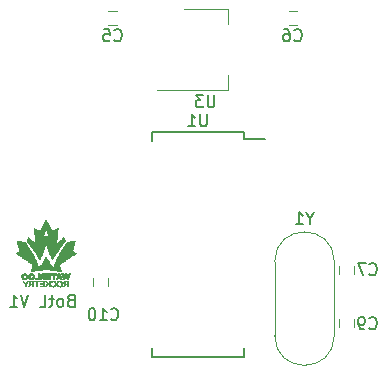
<source format=gbo>
G04 #@! TF.GenerationSoftware,KiCad,Pcbnew,(5.0.0)*
G04 #@! TF.CreationDate,2019-03-08T13:39:37-05:00*
G04 #@! TF.ProjectId,Dongle,446F6E676C652E6B696361645F706362,rev?*
G04 #@! TF.SameCoordinates,Original*
G04 #@! TF.FileFunction,Legend,Bot*
G04 #@! TF.FilePolarity,Positive*
%FSLAX46Y46*%
G04 Gerber Fmt 4.6, Leading zero omitted, Abs format (unit mm)*
G04 Created by KiCad (PCBNEW (5.0.0)) date 03/08/19 13:39:37*
%MOMM*%
%LPD*%
G01*
G04 APERTURE LIST*
%ADD10C,0.200000*%
%ADD11C,0.120000*%
%ADD12C,0.150000*%
%ADD13C,0.010000*%
G04 APERTURE END LIST*
D10*
X33027642Y-26979571D02*
X32884785Y-27027190D01*
X32837166Y-27074809D01*
X32789547Y-27170047D01*
X32789547Y-27312904D01*
X32837166Y-27408142D01*
X32884785Y-27455761D01*
X32980023Y-27503380D01*
X33360976Y-27503380D01*
X33360976Y-26503380D01*
X33027642Y-26503380D01*
X32932404Y-26551000D01*
X32884785Y-26598619D01*
X32837166Y-26693857D01*
X32837166Y-26789095D01*
X32884785Y-26884333D01*
X32932404Y-26931952D01*
X33027642Y-26979571D01*
X33360976Y-26979571D01*
X32218119Y-27503380D02*
X32313357Y-27455761D01*
X32360976Y-27408142D01*
X32408595Y-27312904D01*
X32408595Y-27027190D01*
X32360976Y-26931952D01*
X32313357Y-26884333D01*
X32218119Y-26836714D01*
X32075261Y-26836714D01*
X31980023Y-26884333D01*
X31932404Y-26931952D01*
X31884785Y-27027190D01*
X31884785Y-27312904D01*
X31932404Y-27408142D01*
X31980023Y-27455761D01*
X32075261Y-27503380D01*
X32218119Y-27503380D01*
X31599071Y-26836714D02*
X31218119Y-26836714D01*
X31456214Y-26503380D02*
X31456214Y-27360523D01*
X31408595Y-27455761D01*
X31313357Y-27503380D01*
X31218119Y-27503380D01*
X30408595Y-27503380D02*
X30884785Y-27503380D01*
X30884785Y-26503380D01*
X29456214Y-26503380D02*
X29122880Y-27503380D01*
X28789547Y-26503380D01*
X27932404Y-27503380D02*
X28503833Y-27503380D01*
X28218119Y-27503380D02*
X28218119Y-26503380D01*
X28313357Y-26646238D01*
X28408595Y-26741476D01*
X28503833Y-26789095D01*
D11*
G04 #@! TO.C,C5*
X36926000Y-2448000D02*
X36226000Y-2448000D01*
X36226000Y-3648000D02*
X36926000Y-3648000D01*
G04 #@! TO.C,C6*
X52232000Y-2448000D02*
X51532000Y-2448000D01*
X51532000Y-3648000D02*
X52232000Y-3648000D01*
G04 #@! TO.C,C7*
X56988000Y-24734000D02*
X56988000Y-24034000D01*
X55788000Y-24034000D02*
X55788000Y-24734000D01*
G04 #@! TO.C,C9*
X56988000Y-29240000D02*
X56988000Y-28540000D01*
X55788000Y-28540000D02*
X55788000Y-29240000D01*
G04 #@! TO.C,C10*
X36160000Y-25750000D02*
X36160000Y-25050000D01*
X34960000Y-25050000D02*
X34960000Y-25750000D01*
D12*
G04 #@! TO.C,U1*
X47690000Y-13350000D02*
X49515000Y-13350000D01*
X47690000Y-31750000D02*
X39940000Y-31750000D01*
X47690000Y-12700000D02*
X39940000Y-12700000D01*
X47690000Y-31750000D02*
X47690000Y-31005000D01*
X39940000Y-31750000D02*
X39940000Y-31005000D01*
X39940000Y-12700000D02*
X39940000Y-13445000D01*
X47690000Y-12700000D02*
X47690000Y-13350000D01*
D11*
G04 #@! TO.C,U3*
X40375000Y-9125000D02*
X46385000Y-9125000D01*
X42625000Y-2305000D02*
X46385000Y-2305000D01*
X46385000Y-9125000D02*
X46385000Y-7865000D01*
X46385000Y-2305000D02*
X46385000Y-3565000D01*
G04 #@! TO.C,Y1*
X55357000Y-29949000D02*
G75*
G02X50307000Y-29949000I-2525000J0D01*
G01*
X55357000Y-23699000D02*
G75*
G03X50307000Y-23699000I-2525000J0D01*
G01*
X55357000Y-23699000D02*
X55357000Y-29949000D01*
X50307000Y-23699000D02*
X50307000Y-29949000D01*
D13*
G04 #@! TO.C,G\002A\002A\002A*
G36*
X30921542Y-20177023D02*
X30914008Y-20189664D01*
X30902210Y-20210012D01*
X30886477Y-20237481D01*
X30867144Y-20271483D01*
X30844541Y-20311429D01*
X30819002Y-20356733D01*
X30790857Y-20406805D01*
X30760440Y-20461060D01*
X30728082Y-20518907D01*
X30694115Y-20579761D01*
X30667606Y-20627339D01*
X30632639Y-20690076D01*
X30599021Y-20750250D01*
X30567086Y-20807274D01*
X30537166Y-20860560D01*
X30509593Y-20909521D01*
X30484702Y-20953567D01*
X30462823Y-20992111D01*
X30444291Y-21024566D01*
X30429438Y-21050343D01*
X30418596Y-21068855D01*
X30412099Y-21079513D01*
X30410274Y-21081999D01*
X30404932Y-21080029D01*
X30391168Y-21074373D01*
X30369874Y-21065410D01*
X30341937Y-21053521D01*
X30308248Y-21039087D01*
X30269696Y-21022488D01*
X30227171Y-21004103D01*
X30181562Y-20984315D01*
X30166633Y-20977822D01*
X30120337Y-20957726D01*
X30076922Y-20938972D01*
X30037266Y-20921932D01*
X30002245Y-20906980D01*
X29972737Y-20894487D01*
X29949619Y-20884826D01*
X29933768Y-20878370D01*
X29926062Y-20875492D01*
X29925457Y-20875390D01*
X29925720Y-20880564D01*
X29926906Y-20895256D01*
X29928961Y-20918871D01*
X29931827Y-20950815D01*
X29935450Y-20990493D01*
X29939775Y-21037309D01*
X29944745Y-21090670D01*
X29950306Y-21149979D01*
X29956402Y-21214644D01*
X29962978Y-21284068D01*
X29969978Y-21357657D01*
X29977346Y-21434816D01*
X29985028Y-21514951D01*
X29987125Y-21536775D01*
X29994879Y-21617609D01*
X30002330Y-21695631D01*
X30009424Y-21770244D01*
X30016105Y-21840854D01*
X30022318Y-21906866D01*
X30028008Y-21967685D01*
X30033119Y-22022715D01*
X30037596Y-22071362D01*
X30041385Y-22113030D01*
X30044429Y-22147125D01*
X30046674Y-22173051D01*
X30048065Y-22190213D01*
X30048546Y-22198016D01*
X30048513Y-22198440D01*
X30044496Y-22195462D01*
X30033456Y-22186224D01*
X30015960Y-22171221D01*
X29992573Y-22150948D01*
X29963862Y-22125900D01*
X29930392Y-22096574D01*
X29892730Y-22063464D01*
X29851441Y-22027066D01*
X29807091Y-21987876D01*
X29760247Y-21946389D01*
X29735507Y-21924442D01*
X29687555Y-21881899D01*
X29641787Y-21841330D01*
X29598773Y-21803237D01*
X29559082Y-21768122D01*
X29523283Y-21736489D01*
X29491946Y-21708840D01*
X29465640Y-21685676D01*
X29444933Y-21667502D01*
X29430396Y-21654818D01*
X29422598Y-21648129D01*
X29421403Y-21647188D01*
X29419077Y-21651517D01*
X29413711Y-21664288D01*
X29405725Y-21684389D01*
X29395536Y-21710710D01*
X29383565Y-21742139D01*
X29370231Y-21777566D01*
X29355954Y-21815880D01*
X29341152Y-21855969D01*
X29326246Y-21896723D01*
X29311654Y-21937030D01*
X29304959Y-21955685D01*
X29307495Y-21961022D01*
X29315565Y-21972157D01*
X29327859Y-21987379D01*
X29340739Y-22002355D01*
X29403251Y-22074782D01*
X29468693Y-22153622D01*
X29536440Y-22237976D01*
X29605862Y-22326945D01*
X29676334Y-22419630D01*
X29747228Y-22515131D01*
X29817916Y-22612551D01*
X29887772Y-22710989D01*
X29956168Y-22809547D01*
X30022478Y-22907326D01*
X30086073Y-23003426D01*
X30146327Y-23096950D01*
X30202612Y-23186997D01*
X30254301Y-23272670D01*
X30300768Y-23353068D01*
X30341384Y-23427293D01*
X30360124Y-23463429D01*
X30367398Y-23475492D01*
X30373621Y-23481969D01*
X30375889Y-23482282D01*
X30380106Y-23477135D01*
X30388560Y-23464913D01*
X30400193Y-23447213D01*
X30413944Y-23425630D01*
X30420716Y-23414793D01*
X30478531Y-23316895D01*
X30533034Y-23214522D01*
X30584423Y-23107106D01*
X30632892Y-22994079D01*
X30678639Y-22874876D01*
X30721859Y-22748927D01*
X30762749Y-22615667D01*
X30801505Y-22474528D01*
X30838323Y-22324942D01*
X30873400Y-22166343D01*
X30902176Y-22023070D01*
X30908229Y-21992238D01*
X30913790Y-21965099D01*
X30918540Y-21943126D01*
X30922157Y-21927791D01*
X30924320Y-21920568D01*
X30924616Y-21920200D01*
X30926427Y-21924911D01*
X30929654Y-21937892D01*
X30933911Y-21957414D01*
X30938812Y-21981748D01*
X30941373Y-21995130D01*
X30975703Y-22167829D01*
X31011943Y-22331008D01*
X31050260Y-22485153D01*
X31090820Y-22630752D01*
X31133793Y-22768294D01*
X31179345Y-22898266D01*
X31227643Y-23021157D01*
X31278855Y-23137455D01*
X31333149Y-23247646D01*
X31390691Y-23352221D01*
X31428285Y-23414793D01*
X31442656Y-23437631D01*
X31455399Y-23457322D01*
X31465453Y-23472273D01*
X31471759Y-23480886D01*
X31473112Y-23482282D01*
X31477899Y-23479923D01*
X31484836Y-23470661D01*
X31488877Y-23463429D01*
X31525935Y-23393256D01*
X31569159Y-23316428D01*
X31617923Y-23233845D01*
X31671598Y-23146406D01*
X31729556Y-23055010D01*
X31791172Y-22960556D01*
X31855816Y-22863945D01*
X31922862Y-22766076D01*
X31991682Y-22667847D01*
X32061648Y-22570159D01*
X32132134Y-22473911D01*
X32202511Y-22380002D01*
X32272152Y-22289332D01*
X32340430Y-22202799D01*
X32406716Y-22121305D01*
X32470385Y-22045747D01*
X32508201Y-22002355D01*
X32523088Y-21984996D01*
X32534870Y-21970256D01*
X32542237Y-21959843D01*
X32544042Y-21955659D01*
X32531636Y-21921059D01*
X32518243Y-21884201D01*
X32504315Y-21846278D01*
X32490300Y-21808477D01*
X32476649Y-21771991D01*
X32463809Y-21738008D01*
X32452231Y-21707718D01*
X32442365Y-21682313D01*
X32434659Y-21662981D01*
X32429563Y-21650912D01*
X32427567Y-21647248D01*
X32423369Y-21650723D01*
X32412146Y-21660444D01*
X32394468Y-21675910D01*
X32370903Y-21696618D01*
X32342021Y-21722065D01*
X32308392Y-21751749D01*
X32270584Y-21785168D01*
X32229168Y-21821820D01*
X32184713Y-21861201D01*
X32137787Y-21902810D01*
X32113437Y-21924416D01*
X32065535Y-21966884D01*
X32019840Y-22007309D01*
X31976916Y-22045196D01*
X31937330Y-22080048D01*
X31901648Y-22111371D01*
X31870435Y-22138669D01*
X31844258Y-22161446D01*
X31823682Y-22179208D01*
X31809274Y-22191458D01*
X31801599Y-22197701D01*
X31800460Y-22198412D01*
X31800691Y-22193206D01*
X31801847Y-22178482D01*
X31803872Y-22154836D01*
X31806711Y-22122863D01*
X31810308Y-22083157D01*
X31814608Y-22036313D01*
X31819557Y-21982928D01*
X31825098Y-21923595D01*
X31831177Y-21858910D01*
X31837738Y-21789468D01*
X31844727Y-21715864D01*
X31851385Y-21646059D01*
X31186629Y-21646059D01*
X31183833Y-21643995D01*
X31175267Y-21636226D01*
X31162439Y-21624137D01*
X31153521Y-21615579D01*
X31133542Y-21597731D01*
X31111293Y-21580066D01*
X31090877Y-21565800D01*
X31086585Y-21563167D01*
X31051503Y-21544742D01*
X31017493Y-21532235D01*
X30981390Y-21524846D01*
X30940034Y-21521775D01*
X30921960Y-21521576D01*
X30893859Y-21521941D01*
X30872806Y-21523157D01*
X30855702Y-21525654D01*
X30839445Y-21529860D01*
X30823741Y-21535186D01*
X30778922Y-21554446D01*
X30739409Y-21578592D01*
X30701545Y-21609915D01*
X30695570Y-21615579D01*
X30680909Y-21629551D01*
X30669630Y-21640023D01*
X30663239Y-21645612D01*
X30662372Y-21646059D01*
X30664040Y-21640909D01*
X30668503Y-21626764D01*
X30675539Y-21604333D01*
X30684928Y-21574325D01*
X30696448Y-21537447D01*
X30709879Y-21494407D01*
X30725000Y-21445915D01*
X30741589Y-21392677D01*
X30759425Y-21335403D01*
X30778289Y-21274799D01*
X30792808Y-21228131D01*
X30812293Y-21165582D01*
X30830944Y-21105893D01*
X30848537Y-21049765D01*
X30864851Y-20997901D01*
X30879662Y-20951002D01*
X30892749Y-20909773D01*
X30903887Y-20874914D01*
X30912854Y-20847128D01*
X30919427Y-20827118D01*
X30923385Y-20815585D01*
X30924500Y-20812922D01*
X30926356Y-20817657D01*
X30930995Y-20831396D01*
X30938193Y-20853435D01*
X30947729Y-20883072D01*
X30959380Y-20919605D01*
X30972923Y-20962332D01*
X30988134Y-21010549D01*
X31004792Y-21063556D01*
X31022674Y-21120649D01*
X31041556Y-21181126D01*
X31056193Y-21228131D01*
X31075675Y-21290745D01*
X31094294Y-21350556D01*
X31111829Y-21406855D01*
X31128059Y-21458933D01*
X31142764Y-21506084D01*
X31155723Y-21547599D01*
X31166713Y-21582769D01*
X31175515Y-21610886D01*
X31181908Y-21631243D01*
X31185669Y-21643130D01*
X31186629Y-21646059D01*
X31851385Y-21646059D01*
X31852088Y-21638694D01*
X31859765Y-21558551D01*
X31861859Y-21536758D01*
X31869612Y-21455927D01*
X31877067Y-21377912D01*
X31884167Y-21303308D01*
X31890857Y-21232709D01*
X31897082Y-21166711D01*
X31902786Y-21105908D01*
X31907913Y-21050895D01*
X31912410Y-21002267D01*
X31916219Y-20960618D01*
X31919286Y-20926544D01*
X31921555Y-20900640D01*
X31922971Y-20883499D01*
X31923479Y-20875718D01*
X31923454Y-20875299D01*
X31918588Y-20876916D01*
X31905291Y-20882230D01*
X31884438Y-20890871D01*
X31856908Y-20902467D01*
X31823577Y-20916646D01*
X31785323Y-20933035D01*
X31743021Y-20951263D01*
X31697550Y-20970958D01*
X31681925Y-20977747D01*
X31635506Y-20997902D01*
X31591899Y-21016774D01*
X31551992Y-21033983D01*
X31516673Y-21049149D01*
X31486829Y-21061893D01*
X31463348Y-21071834D01*
X31447117Y-21078593D01*
X31439024Y-21081791D01*
X31438296Y-21081999D01*
X31435339Y-21077655D01*
X31427786Y-21065014D01*
X31415969Y-21044665D01*
X31400220Y-21017194D01*
X31380872Y-20983190D01*
X31358257Y-20943241D01*
X31332706Y-20897935D01*
X31304553Y-20847859D01*
X31274130Y-20793602D01*
X31241769Y-20735751D01*
X31207802Y-20674895D01*
X31181310Y-20627339D01*
X31146353Y-20564605D01*
X31112754Y-20504432D01*
X31080845Y-20447409D01*
X31050958Y-20394125D01*
X31023425Y-20345165D01*
X30998578Y-20301120D01*
X30976749Y-20262575D01*
X30958270Y-20230120D01*
X30943473Y-20204342D01*
X30932691Y-20185829D01*
X30926255Y-20175168D01*
X30924477Y-20172680D01*
X30921542Y-20177023D01*
X30921542Y-20177023D01*
G37*
X30921542Y-20177023D02*
X30914008Y-20189664D01*
X30902210Y-20210012D01*
X30886477Y-20237481D01*
X30867144Y-20271483D01*
X30844541Y-20311429D01*
X30819002Y-20356733D01*
X30790857Y-20406805D01*
X30760440Y-20461060D01*
X30728082Y-20518907D01*
X30694115Y-20579761D01*
X30667606Y-20627339D01*
X30632639Y-20690076D01*
X30599021Y-20750250D01*
X30567086Y-20807274D01*
X30537166Y-20860560D01*
X30509593Y-20909521D01*
X30484702Y-20953567D01*
X30462823Y-20992111D01*
X30444291Y-21024566D01*
X30429438Y-21050343D01*
X30418596Y-21068855D01*
X30412099Y-21079513D01*
X30410274Y-21081999D01*
X30404932Y-21080029D01*
X30391168Y-21074373D01*
X30369874Y-21065410D01*
X30341937Y-21053521D01*
X30308248Y-21039087D01*
X30269696Y-21022488D01*
X30227171Y-21004103D01*
X30181562Y-20984315D01*
X30166633Y-20977822D01*
X30120337Y-20957726D01*
X30076922Y-20938972D01*
X30037266Y-20921932D01*
X30002245Y-20906980D01*
X29972737Y-20894487D01*
X29949619Y-20884826D01*
X29933768Y-20878370D01*
X29926062Y-20875492D01*
X29925457Y-20875390D01*
X29925720Y-20880564D01*
X29926906Y-20895256D01*
X29928961Y-20918871D01*
X29931827Y-20950815D01*
X29935450Y-20990493D01*
X29939775Y-21037309D01*
X29944745Y-21090670D01*
X29950306Y-21149979D01*
X29956402Y-21214644D01*
X29962978Y-21284068D01*
X29969978Y-21357657D01*
X29977346Y-21434816D01*
X29985028Y-21514951D01*
X29987125Y-21536775D01*
X29994879Y-21617609D01*
X30002330Y-21695631D01*
X30009424Y-21770244D01*
X30016105Y-21840854D01*
X30022318Y-21906866D01*
X30028008Y-21967685D01*
X30033119Y-22022715D01*
X30037596Y-22071362D01*
X30041385Y-22113030D01*
X30044429Y-22147125D01*
X30046674Y-22173051D01*
X30048065Y-22190213D01*
X30048546Y-22198016D01*
X30048513Y-22198440D01*
X30044496Y-22195462D01*
X30033456Y-22186224D01*
X30015960Y-22171221D01*
X29992573Y-22150948D01*
X29963862Y-22125900D01*
X29930392Y-22096574D01*
X29892730Y-22063464D01*
X29851441Y-22027066D01*
X29807091Y-21987876D01*
X29760247Y-21946389D01*
X29735507Y-21924442D01*
X29687555Y-21881899D01*
X29641787Y-21841330D01*
X29598773Y-21803237D01*
X29559082Y-21768122D01*
X29523283Y-21736489D01*
X29491946Y-21708840D01*
X29465640Y-21685676D01*
X29444933Y-21667502D01*
X29430396Y-21654818D01*
X29422598Y-21648129D01*
X29421403Y-21647188D01*
X29419077Y-21651517D01*
X29413711Y-21664288D01*
X29405725Y-21684389D01*
X29395536Y-21710710D01*
X29383565Y-21742139D01*
X29370231Y-21777566D01*
X29355954Y-21815880D01*
X29341152Y-21855969D01*
X29326246Y-21896723D01*
X29311654Y-21937030D01*
X29304959Y-21955685D01*
X29307495Y-21961022D01*
X29315565Y-21972157D01*
X29327859Y-21987379D01*
X29340739Y-22002355D01*
X29403251Y-22074782D01*
X29468693Y-22153622D01*
X29536440Y-22237976D01*
X29605862Y-22326945D01*
X29676334Y-22419630D01*
X29747228Y-22515131D01*
X29817916Y-22612551D01*
X29887772Y-22710989D01*
X29956168Y-22809547D01*
X30022478Y-22907326D01*
X30086073Y-23003426D01*
X30146327Y-23096950D01*
X30202612Y-23186997D01*
X30254301Y-23272670D01*
X30300768Y-23353068D01*
X30341384Y-23427293D01*
X30360124Y-23463429D01*
X30367398Y-23475492D01*
X30373621Y-23481969D01*
X30375889Y-23482282D01*
X30380106Y-23477135D01*
X30388560Y-23464913D01*
X30400193Y-23447213D01*
X30413944Y-23425630D01*
X30420716Y-23414793D01*
X30478531Y-23316895D01*
X30533034Y-23214522D01*
X30584423Y-23107106D01*
X30632892Y-22994079D01*
X30678639Y-22874876D01*
X30721859Y-22748927D01*
X30762749Y-22615667D01*
X30801505Y-22474528D01*
X30838323Y-22324942D01*
X30873400Y-22166343D01*
X30902176Y-22023070D01*
X30908229Y-21992238D01*
X30913790Y-21965099D01*
X30918540Y-21943126D01*
X30922157Y-21927791D01*
X30924320Y-21920568D01*
X30924616Y-21920200D01*
X30926427Y-21924911D01*
X30929654Y-21937892D01*
X30933911Y-21957414D01*
X30938812Y-21981748D01*
X30941373Y-21995130D01*
X30975703Y-22167829D01*
X31011943Y-22331008D01*
X31050260Y-22485153D01*
X31090820Y-22630752D01*
X31133793Y-22768294D01*
X31179345Y-22898266D01*
X31227643Y-23021157D01*
X31278855Y-23137455D01*
X31333149Y-23247646D01*
X31390691Y-23352221D01*
X31428285Y-23414793D01*
X31442656Y-23437631D01*
X31455399Y-23457322D01*
X31465453Y-23472273D01*
X31471759Y-23480886D01*
X31473112Y-23482282D01*
X31477899Y-23479923D01*
X31484836Y-23470661D01*
X31488877Y-23463429D01*
X31525935Y-23393256D01*
X31569159Y-23316428D01*
X31617923Y-23233845D01*
X31671598Y-23146406D01*
X31729556Y-23055010D01*
X31791172Y-22960556D01*
X31855816Y-22863945D01*
X31922862Y-22766076D01*
X31991682Y-22667847D01*
X32061648Y-22570159D01*
X32132134Y-22473911D01*
X32202511Y-22380002D01*
X32272152Y-22289332D01*
X32340430Y-22202799D01*
X32406716Y-22121305D01*
X32470385Y-22045747D01*
X32508201Y-22002355D01*
X32523088Y-21984996D01*
X32534870Y-21970256D01*
X32542237Y-21959843D01*
X32544042Y-21955659D01*
X32531636Y-21921059D01*
X32518243Y-21884201D01*
X32504315Y-21846278D01*
X32490300Y-21808477D01*
X32476649Y-21771991D01*
X32463809Y-21738008D01*
X32452231Y-21707718D01*
X32442365Y-21682313D01*
X32434659Y-21662981D01*
X32429563Y-21650912D01*
X32427567Y-21647248D01*
X32423369Y-21650723D01*
X32412146Y-21660444D01*
X32394468Y-21675910D01*
X32370903Y-21696618D01*
X32342021Y-21722065D01*
X32308392Y-21751749D01*
X32270584Y-21785168D01*
X32229168Y-21821820D01*
X32184713Y-21861201D01*
X32137787Y-21902810D01*
X32113437Y-21924416D01*
X32065535Y-21966884D01*
X32019840Y-22007309D01*
X31976916Y-22045196D01*
X31937330Y-22080048D01*
X31901648Y-22111371D01*
X31870435Y-22138669D01*
X31844258Y-22161446D01*
X31823682Y-22179208D01*
X31809274Y-22191458D01*
X31801599Y-22197701D01*
X31800460Y-22198412D01*
X31800691Y-22193206D01*
X31801847Y-22178482D01*
X31803872Y-22154836D01*
X31806711Y-22122863D01*
X31810308Y-22083157D01*
X31814608Y-22036313D01*
X31819557Y-21982928D01*
X31825098Y-21923595D01*
X31831177Y-21858910D01*
X31837738Y-21789468D01*
X31844727Y-21715864D01*
X31851385Y-21646059D01*
X31186629Y-21646059D01*
X31183833Y-21643995D01*
X31175267Y-21636226D01*
X31162439Y-21624137D01*
X31153521Y-21615579D01*
X31133542Y-21597731D01*
X31111293Y-21580066D01*
X31090877Y-21565800D01*
X31086585Y-21563167D01*
X31051503Y-21544742D01*
X31017493Y-21532235D01*
X30981390Y-21524846D01*
X30940034Y-21521775D01*
X30921960Y-21521576D01*
X30893859Y-21521941D01*
X30872806Y-21523157D01*
X30855702Y-21525654D01*
X30839445Y-21529860D01*
X30823741Y-21535186D01*
X30778922Y-21554446D01*
X30739409Y-21578592D01*
X30701545Y-21609915D01*
X30695570Y-21615579D01*
X30680909Y-21629551D01*
X30669630Y-21640023D01*
X30663239Y-21645612D01*
X30662372Y-21646059D01*
X30664040Y-21640909D01*
X30668503Y-21626764D01*
X30675539Y-21604333D01*
X30684928Y-21574325D01*
X30696448Y-21537447D01*
X30709879Y-21494407D01*
X30725000Y-21445915D01*
X30741589Y-21392677D01*
X30759425Y-21335403D01*
X30778289Y-21274799D01*
X30792808Y-21228131D01*
X30812293Y-21165582D01*
X30830944Y-21105893D01*
X30848537Y-21049765D01*
X30864851Y-20997901D01*
X30879662Y-20951002D01*
X30892749Y-20909773D01*
X30903887Y-20874914D01*
X30912854Y-20847128D01*
X30919427Y-20827118D01*
X30923385Y-20815585D01*
X30924500Y-20812922D01*
X30926356Y-20817657D01*
X30930995Y-20831396D01*
X30938193Y-20853435D01*
X30947729Y-20883072D01*
X30959380Y-20919605D01*
X30972923Y-20962332D01*
X30988134Y-21010549D01*
X31004792Y-21063556D01*
X31022674Y-21120649D01*
X31041556Y-21181126D01*
X31056193Y-21228131D01*
X31075675Y-21290745D01*
X31094294Y-21350556D01*
X31111829Y-21406855D01*
X31128059Y-21458933D01*
X31142764Y-21506084D01*
X31155723Y-21547599D01*
X31166713Y-21582769D01*
X31175515Y-21610886D01*
X31181908Y-21631243D01*
X31185669Y-21643130D01*
X31186629Y-21646059D01*
X31851385Y-21646059D01*
X31852088Y-21638694D01*
X31859765Y-21558551D01*
X31861859Y-21536758D01*
X31869612Y-21455927D01*
X31877067Y-21377912D01*
X31884167Y-21303308D01*
X31890857Y-21232709D01*
X31897082Y-21166711D01*
X31902786Y-21105908D01*
X31907913Y-21050895D01*
X31912410Y-21002267D01*
X31916219Y-20960618D01*
X31919286Y-20926544D01*
X31921555Y-20900640D01*
X31922971Y-20883499D01*
X31923479Y-20875718D01*
X31923454Y-20875299D01*
X31918588Y-20876916D01*
X31905291Y-20882230D01*
X31884438Y-20890871D01*
X31856908Y-20902467D01*
X31823577Y-20916646D01*
X31785323Y-20933035D01*
X31743021Y-20951263D01*
X31697550Y-20970958D01*
X31681925Y-20977747D01*
X31635506Y-20997902D01*
X31591899Y-21016774D01*
X31551992Y-21033983D01*
X31516673Y-21049149D01*
X31486829Y-21061893D01*
X31463348Y-21071834D01*
X31447117Y-21078593D01*
X31439024Y-21081791D01*
X31438296Y-21081999D01*
X31435339Y-21077655D01*
X31427786Y-21065014D01*
X31415969Y-21044665D01*
X31400220Y-21017194D01*
X31380872Y-20983190D01*
X31358257Y-20943241D01*
X31332706Y-20897935D01*
X31304553Y-20847859D01*
X31274130Y-20793602D01*
X31241769Y-20735751D01*
X31207802Y-20674895D01*
X31181310Y-20627339D01*
X31146353Y-20564605D01*
X31112754Y-20504432D01*
X31080845Y-20447409D01*
X31050958Y-20394125D01*
X31023425Y-20345165D01*
X30998578Y-20301120D01*
X30976749Y-20262575D01*
X30958270Y-20230120D01*
X30943473Y-20204342D01*
X30932691Y-20185829D01*
X30926255Y-20175168D01*
X30924477Y-20172680D01*
X30921542Y-20177023D01*
G36*
X33376688Y-21912667D02*
X33362490Y-21914992D01*
X33340330Y-21918910D01*
X33311211Y-21924227D01*
X33276134Y-21930749D01*
X33236101Y-21938281D01*
X33192115Y-21946630D01*
X33145176Y-21955601D01*
X33096288Y-21965001D01*
X33046450Y-21974635D01*
X32996667Y-21984310D01*
X32947938Y-21993831D01*
X32901267Y-22003005D01*
X32857655Y-22011637D01*
X32818103Y-22019533D01*
X32783615Y-22026500D01*
X32755191Y-22032343D01*
X32733833Y-22036868D01*
X32720544Y-22039881D01*
X32716560Y-22040995D01*
X32710174Y-22046437D01*
X32698645Y-22059140D01*
X32682749Y-22078107D01*
X32663263Y-22102341D01*
X32640961Y-22130844D01*
X32616623Y-22162622D01*
X32591022Y-22196676D01*
X32564937Y-22232010D01*
X32539143Y-22267628D01*
X32529686Y-22280880D01*
X32451427Y-22393504D01*
X32373847Y-22510011D01*
X32297341Y-22629633D01*
X32222306Y-22751599D01*
X32149140Y-22875143D01*
X32078237Y-22999494D01*
X32009994Y-23123885D01*
X31944809Y-23247547D01*
X31883077Y-23369711D01*
X31825194Y-23489609D01*
X31771558Y-23606471D01*
X31722564Y-23719531D01*
X31678609Y-23828017D01*
X31640089Y-23931163D01*
X31607401Y-24028200D01*
X31580941Y-24118358D01*
X31579767Y-24122753D01*
X31563466Y-24184087D01*
X31517033Y-24135413D01*
X31416285Y-24026101D01*
X31323917Y-23917886D01*
X31238584Y-23808924D01*
X31158942Y-23697372D01*
X31083645Y-23581386D01*
X31011349Y-23459122D01*
X30972948Y-23389590D01*
X30958654Y-23363481D01*
X30945838Y-23340771D01*
X30935321Y-23322859D01*
X30927927Y-23311149D01*
X30924500Y-23307040D01*
X30920974Y-23311296D01*
X30913516Y-23323130D01*
X30902951Y-23341139D01*
X30890101Y-23363923D01*
X30876053Y-23389590D01*
X30804836Y-23516000D01*
X30731350Y-23635136D01*
X30654248Y-23748839D01*
X30572188Y-23858954D01*
X30483824Y-23967324D01*
X30387811Y-24075791D01*
X30331948Y-24135433D01*
X30285496Y-24184127D01*
X30274086Y-24140553D01*
X30246931Y-24045918D01*
X30213354Y-23944447D01*
X30173716Y-23836869D01*
X30128377Y-23723913D01*
X30077698Y-23606307D01*
X30022040Y-23484781D01*
X29961763Y-23360063D01*
X29897228Y-23232883D01*
X29828796Y-23103968D01*
X29756826Y-22974049D01*
X29681680Y-22843853D01*
X29603718Y-22714109D01*
X29523302Y-22585547D01*
X29445746Y-22466356D01*
X29410300Y-22413431D01*
X29374785Y-22361353D01*
X29339716Y-22310814D01*
X29305605Y-22262506D01*
X29272967Y-22217120D01*
X29242315Y-22175349D01*
X29214163Y-22137884D01*
X29189024Y-22105417D01*
X29167413Y-22078640D01*
X29149842Y-22058246D01*
X29136826Y-22044925D01*
X29128878Y-22039371D01*
X29128720Y-22039331D01*
X29115567Y-22036463D01*
X29094334Y-22032080D01*
X29066024Y-22026375D01*
X29031637Y-22019539D01*
X28992172Y-22011765D01*
X28948633Y-22003246D01*
X28902018Y-21994174D01*
X28853329Y-21984740D01*
X28803566Y-21975138D01*
X28753731Y-21965560D01*
X28704823Y-21956198D01*
X28657845Y-21947244D01*
X28613795Y-21938891D01*
X28573676Y-21931330D01*
X28538488Y-21924756D01*
X28509231Y-21919358D01*
X28486907Y-21915331D01*
X28472516Y-21912866D01*
X28467058Y-21912156D01*
X28467041Y-21912166D01*
X28467898Y-21917349D01*
X28471116Y-21931671D01*
X28476518Y-21954432D01*
X28483932Y-21984933D01*
X28493184Y-22022472D01*
X28504098Y-22066350D01*
X28516501Y-22115868D01*
X28530220Y-22170324D01*
X28545079Y-22229020D01*
X28560905Y-22291255D01*
X28577523Y-22356329D01*
X28577680Y-22356940D01*
X28594307Y-22422013D01*
X28610153Y-22484234D01*
X28625044Y-22542904D01*
X28638805Y-22597326D01*
X28651262Y-22646803D01*
X28662239Y-22690635D01*
X28671561Y-22728125D01*
X28679054Y-22758576D01*
X28684544Y-22781288D01*
X28687855Y-22795564D01*
X28688812Y-22800707D01*
X28688808Y-22800710D01*
X28684057Y-22803480D01*
X28671486Y-22810655D01*
X28652128Y-22821649D01*
X28627013Y-22835879D01*
X28597173Y-22852760D01*
X28563640Y-22871707D01*
X28535419Y-22887637D01*
X28499847Y-22907861D01*
X28467338Y-22926640D01*
X28438896Y-22943371D01*
X28415524Y-22957449D01*
X28398228Y-22968273D01*
X28388011Y-22975238D01*
X28385607Y-22977618D01*
X28389957Y-22980845D01*
X28402380Y-22989328D01*
X28422434Y-23002778D01*
X28449680Y-23020905D01*
X28483676Y-23043418D01*
X28523982Y-23070030D01*
X28570158Y-23100448D01*
X28621763Y-23134385D01*
X28678357Y-23171551D01*
X28739498Y-23211655D01*
X28804746Y-23254407D01*
X28873662Y-23299519D01*
X28945803Y-23346701D01*
X29020731Y-23395662D01*
X29098003Y-23446114D01*
X29103368Y-23449615D01*
X29180792Y-23500172D01*
X29255900Y-23549278D01*
X29328249Y-23596640D01*
X29397401Y-23641969D01*
X29462914Y-23684973D01*
X29524348Y-23725362D01*
X29581262Y-23762844D01*
X29633215Y-23797130D01*
X29679767Y-23827928D01*
X29720477Y-23854947D01*
X29754905Y-23877897D01*
X29782610Y-23896487D01*
X29803152Y-23910426D01*
X29816089Y-23919424D01*
X29820981Y-23923188D01*
X29821011Y-23923246D01*
X29819772Y-23929117D01*
X29815699Y-23943771D01*
X29809067Y-23966317D01*
X29800147Y-23995865D01*
X29789212Y-24031525D01*
X29776534Y-24072406D01*
X29762386Y-24117617D01*
X29747040Y-24166268D01*
X29735957Y-24201184D01*
X29719916Y-24251714D01*
X29704838Y-24299434D01*
X29691003Y-24343452D01*
X29678687Y-24382874D01*
X29668168Y-24416804D01*
X29659724Y-24444350D01*
X29653631Y-24464617D01*
X29650168Y-24476712D01*
X29649457Y-24479815D01*
X29652566Y-24484312D01*
X29663060Y-24484311D01*
X29665930Y-24483852D01*
X29672990Y-24482892D01*
X29689507Y-24480803D01*
X29714850Y-24477661D01*
X29748390Y-24473543D01*
X29789495Y-24468525D01*
X29837535Y-24462684D01*
X29891880Y-24456096D01*
X29951897Y-24448837D01*
X30016958Y-24440985D01*
X30086431Y-24432615D01*
X30159685Y-24423804D01*
X30236090Y-24414629D01*
X30302902Y-24406617D01*
X30923363Y-24332261D01*
X31542422Y-24406444D01*
X31620971Y-24415861D01*
X31696941Y-24424980D01*
X31769696Y-24433723D01*
X31838603Y-24442014D01*
X31903025Y-24449775D01*
X31962329Y-24456930D01*
X32015879Y-24463403D01*
X32063040Y-24469116D01*
X32103179Y-24473993D01*
X32135659Y-24477958D01*
X32159846Y-24480932D01*
X32175105Y-24482841D01*
X32180530Y-24483559D01*
X32194179Y-24484428D01*
X32199443Y-24481312D01*
X32199580Y-24480222D01*
X32198082Y-24474343D01*
X32193769Y-24459673D01*
X32186919Y-24437102D01*
X32177808Y-24407517D01*
X32166710Y-24371807D01*
X32153901Y-24330862D01*
X32139659Y-24285568D01*
X32124258Y-24236815D01*
X32112749Y-24200519D01*
X32096732Y-24149901D01*
X32081732Y-24102146D01*
X32068020Y-24058136D01*
X32055864Y-24018756D01*
X32045534Y-23984887D01*
X32037301Y-23957412D01*
X32031434Y-23937215D01*
X32028203Y-23925178D01*
X32027659Y-23922062D01*
X32032033Y-23918786D01*
X32044478Y-23910255D01*
X32064555Y-23896758D01*
X32091823Y-23878585D01*
X32125840Y-23856025D01*
X32166166Y-23829370D01*
X32212361Y-23798909D01*
X32263984Y-23764932D01*
X32320594Y-23727729D01*
X32381751Y-23687591D01*
X32447013Y-23644807D01*
X32515940Y-23599667D01*
X32588091Y-23552461D01*
X32663026Y-23503480D01*
X32740304Y-23453013D01*
X32745669Y-23449511D01*
X32823085Y-23398959D01*
X32898186Y-23349879D01*
X32970531Y-23302561D01*
X33039679Y-23257293D01*
X33105192Y-23214365D01*
X33166627Y-23174068D01*
X33223545Y-23136691D01*
X33275505Y-23102523D01*
X33322066Y-23071854D01*
X33362789Y-23044974D01*
X33397232Y-23022173D01*
X33424956Y-23003739D01*
X33445519Y-22989964D01*
X33458481Y-22981135D01*
X33463403Y-22977544D01*
X33463435Y-22977497D01*
X33459525Y-22974039D01*
X33447739Y-22966249D01*
X33429082Y-22954728D01*
X33404559Y-22940079D01*
X33375174Y-22922903D01*
X33341933Y-22903803D01*
X33313586Y-22887737D01*
X33277870Y-22867601D01*
X33245039Y-22849064D01*
X33216126Y-22832713D01*
X33192163Y-22819131D01*
X33174182Y-22808904D01*
X33163215Y-22802617D01*
X33160193Y-22800822D01*
X33161122Y-22795772D01*
X33164407Y-22781580D01*
X33169872Y-22758945D01*
X33177344Y-22728565D01*
X33186647Y-22691137D01*
X33197606Y-22647361D01*
X33210047Y-22597934D01*
X33223795Y-22543555D01*
X33238675Y-22484921D01*
X33254512Y-22422731D01*
X33271131Y-22357684D01*
X33271321Y-22356940D01*
X33287946Y-22291843D01*
X33303779Y-22229577D01*
X33318646Y-22170843D01*
X33332373Y-22116342D01*
X33344786Y-22066772D01*
X33355712Y-22022835D01*
X33364975Y-21985230D01*
X33372402Y-21954657D01*
X33377819Y-21931816D01*
X33381052Y-21917408D01*
X33381926Y-21912133D01*
X33381923Y-21912129D01*
X33376688Y-21912667D01*
X33376688Y-21912667D01*
G37*
X33376688Y-21912667D02*
X33362490Y-21914992D01*
X33340330Y-21918910D01*
X33311211Y-21924227D01*
X33276134Y-21930749D01*
X33236101Y-21938281D01*
X33192115Y-21946630D01*
X33145176Y-21955601D01*
X33096288Y-21965001D01*
X33046450Y-21974635D01*
X32996667Y-21984310D01*
X32947938Y-21993831D01*
X32901267Y-22003005D01*
X32857655Y-22011637D01*
X32818103Y-22019533D01*
X32783615Y-22026500D01*
X32755191Y-22032343D01*
X32733833Y-22036868D01*
X32720544Y-22039881D01*
X32716560Y-22040995D01*
X32710174Y-22046437D01*
X32698645Y-22059140D01*
X32682749Y-22078107D01*
X32663263Y-22102341D01*
X32640961Y-22130844D01*
X32616623Y-22162622D01*
X32591022Y-22196676D01*
X32564937Y-22232010D01*
X32539143Y-22267628D01*
X32529686Y-22280880D01*
X32451427Y-22393504D01*
X32373847Y-22510011D01*
X32297341Y-22629633D01*
X32222306Y-22751599D01*
X32149140Y-22875143D01*
X32078237Y-22999494D01*
X32009994Y-23123885D01*
X31944809Y-23247547D01*
X31883077Y-23369711D01*
X31825194Y-23489609D01*
X31771558Y-23606471D01*
X31722564Y-23719531D01*
X31678609Y-23828017D01*
X31640089Y-23931163D01*
X31607401Y-24028200D01*
X31580941Y-24118358D01*
X31579767Y-24122753D01*
X31563466Y-24184087D01*
X31517033Y-24135413D01*
X31416285Y-24026101D01*
X31323917Y-23917886D01*
X31238584Y-23808924D01*
X31158942Y-23697372D01*
X31083645Y-23581386D01*
X31011349Y-23459122D01*
X30972948Y-23389590D01*
X30958654Y-23363481D01*
X30945838Y-23340771D01*
X30935321Y-23322859D01*
X30927927Y-23311149D01*
X30924500Y-23307040D01*
X30920974Y-23311296D01*
X30913516Y-23323130D01*
X30902951Y-23341139D01*
X30890101Y-23363923D01*
X30876053Y-23389590D01*
X30804836Y-23516000D01*
X30731350Y-23635136D01*
X30654248Y-23748839D01*
X30572188Y-23858954D01*
X30483824Y-23967324D01*
X30387811Y-24075791D01*
X30331948Y-24135433D01*
X30285496Y-24184127D01*
X30274086Y-24140553D01*
X30246931Y-24045918D01*
X30213354Y-23944447D01*
X30173716Y-23836869D01*
X30128377Y-23723913D01*
X30077698Y-23606307D01*
X30022040Y-23484781D01*
X29961763Y-23360063D01*
X29897228Y-23232883D01*
X29828796Y-23103968D01*
X29756826Y-22974049D01*
X29681680Y-22843853D01*
X29603718Y-22714109D01*
X29523302Y-22585547D01*
X29445746Y-22466356D01*
X29410300Y-22413431D01*
X29374785Y-22361353D01*
X29339716Y-22310814D01*
X29305605Y-22262506D01*
X29272967Y-22217120D01*
X29242315Y-22175349D01*
X29214163Y-22137884D01*
X29189024Y-22105417D01*
X29167413Y-22078640D01*
X29149842Y-22058246D01*
X29136826Y-22044925D01*
X29128878Y-22039371D01*
X29128720Y-22039331D01*
X29115567Y-22036463D01*
X29094334Y-22032080D01*
X29066024Y-22026375D01*
X29031637Y-22019539D01*
X28992172Y-22011765D01*
X28948633Y-22003246D01*
X28902018Y-21994174D01*
X28853329Y-21984740D01*
X28803566Y-21975138D01*
X28753731Y-21965560D01*
X28704823Y-21956198D01*
X28657845Y-21947244D01*
X28613795Y-21938891D01*
X28573676Y-21931330D01*
X28538488Y-21924756D01*
X28509231Y-21919358D01*
X28486907Y-21915331D01*
X28472516Y-21912866D01*
X28467058Y-21912156D01*
X28467041Y-21912166D01*
X28467898Y-21917349D01*
X28471116Y-21931671D01*
X28476518Y-21954432D01*
X28483932Y-21984933D01*
X28493184Y-22022472D01*
X28504098Y-22066350D01*
X28516501Y-22115868D01*
X28530220Y-22170324D01*
X28545079Y-22229020D01*
X28560905Y-22291255D01*
X28577523Y-22356329D01*
X28577680Y-22356940D01*
X28594307Y-22422013D01*
X28610153Y-22484234D01*
X28625044Y-22542904D01*
X28638805Y-22597326D01*
X28651262Y-22646803D01*
X28662239Y-22690635D01*
X28671561Y-22728125D01*
X28679054Y-22758576D01*
X28684544Y-22781288D01*
X28687855Y-22795564D01*
X28688812Y-22800707D01*
X28688808Y-22800710D01*
X28684057Y-22803480D01*
X28671486Y-22810655D01*
X28652128Y-22821649D01*
X28627013Y-22835879D01*
X28597173Y-22852760D01*
X28563640Y-22871707D01*
X28535419Y-22887637D01*
X28499847Y-22907861D01*
X28467338Y-22926640D01*
X28438896Y-22943371D01*
X28415524Y-22957449D01*
X28398228Y-22968273D01*
X28388011Y-22975238D01*
X28385607Y-22977618D01*
X28389957Y-22980845D01*
X28402380Y-22989328D01*
X28422434Y-23002778D01*
X28449680Y-23020905D01*
X28483676Y-23043418D01*
X28523982Y-23070030D01*
X28570158Y-23100448D01*
X28621763Y-23134385D01*
X28678357Y-23171551D01*
X28739498Y-23211655D01*
X28804746Y-23254407D01*
X28873662Y-23299519D01*
X28945803Y-23346701D01*
X29020731Y-23395662D01*
X29098003Y-23446114D01*
X29103368Y-23449615D01*
X29180792Y-23500172D01*
X29255900Y-23549278D01*
X29328249Y-23596640D01*
X29397401Y-23641969D01*
X29462914Y-23684973D01*
X29524348Y-23725362D01*
X29581262Y-23762844D01*
X29633215Y-23797130D01*
X29679767Y-23827928D01*
X29720477Y-23854947D01*
X29754905Y-23877897D01*
X29782610Y-23896487D01*
X29803152Y-23910426D01*
X29816089Y-23919424D01*
X29820981Y-23923188D01*
X29821011Y-23923246D01*
X29819772Y-23929117D01*
X29815699Y-23943771D01*
X29809067Y-23966317D01*
X29800147Y-23995865D01*
X29789212Y-24031525D01*
X29776534Y-24072406D01*
X29762386Y-24117617D01*
X29747040Y-24166268D01*
X29735957Y-24201184D01*
X29719916Y-24251714D01*
X29704838Y-24299434D01*
X29691003Y-24343452D01*
X29678687Y-24382874D01*
X29668168Y-24416804D01*
X29659724Y-24444350D01*
X29653631Y-24464617D01*
X29650168Y-24476712D01*
X29649457Y-24479815D01*
X29652566Y-24484312D01*
X29663060Y-24484311D01*
X29665930Y-24483852D01*
X29672990Y-24482892D01*
X29689507Y-24480803D01*
X29714850Y-24477661D01*
X29748390Y-24473543D01*
X29789495Y-24468525D01*
X29837535Y-24462684D01*
X29891880Y-24456096D01*
X29951897Y-24448837D01*
X30016958Y-24440985D01*
X30086431Y-24432615D01*
X30159685Y-24423804D01*
X30236090Y-24414629D01*
X30302902Y-24406617D01*
X30923363Y-24332261D01*
X31542422Y-24406444D01*
X31620971Y-24415861D01*
X31696941Y-24424980D01*
X31769696Y-24433723D01*
X31838603Y-24442014D01*
X31903025Y-24449775D01*
X31962329Y-24456930D01*
X32015879Y-24463403D01*
X32063040Y-24469116D01*
X32103179Y-24473993D01*
X32135659Y-24477958D01*
X32159846Y-24480932D01*
X32175105Y-24482841D01*
X32180530Y-24483559D01*
X32194179Y-24484428D01*
X32199443Y-24481312D01*
X32199580Y-24480222D01*
X32198082Y-24474343D01*
X32193769Y-24459673D01*
X32186919Y-24437102D01*
X32177808Y-24407517D01*
X32166710Y-24371807D01*
X32153901Y-24330862D01*
X32139659Y-24285568D01*
X32124258Y-24236815D01*
X32112749Y-24200519D01*
X32096732Y-24149901D01*
X32081732Y-24102146D01*
X32068020Y-24058136D01*
X32055864Y-24018756D01*
X32045534Y-23984887D01*
X32037301Y-23957412D01*
X32031434Y-23937215D01*
X32028203Y-23925178D01*
X32027659Y-23922062D01*
X32032033Y-23918786D01*
X32044478Y-23910255D01*
X32064555Y-23896758D01*
X32091823Y-23878585D01*
X32125840Y-23856025D01*
X32166166Y-23829370D01*
X32212361Y-23798909D01*
X32263984Y-23764932D01*
X32320594Y-23727729D01*
X32381751Y-23687591D01*
X32447013Y-23644807D01*
X32515940Y-23599667D01*
X32588091Y-23552461D01*
X32663026Y-23503480D01*
X32740304Y-23453013D01*
X32745669Y-23449511D01*
X32823085Y-23398959D01*
X32898186Y-23349879D01*
X32970531Y-23302561D01*
X33039679Y-23257293D01*
X33105192Y-23214365D01*
X33166627Y-23174068D01*
X33223545Y-23136691D01*
X33275505Y-23102523D01*
X33322066Y-23071854D01*
X33362789Y-23044974D01*
X33397232Y-23022173D01*
X33424956Y-23003739D01*
X33445519Y-22989964D01*
X33458481Y-22981135D01*
X33463403Y-22977544D01*
X33463435Y-22977497D01*
X33459525Y-22974039D01*
X33447739Y-22966249D01*
X33429082Y-22954728D01*
X33404559Y-22940079D01*
X33375174Y-22922903D01*
X33341933Y-22903803D01*
X33313586Y-22887737D01*
X33277870Y-22867601D01*
X33245039Y-22849064D01*
X33216126Y-22832713D01*
X33192163Y-22819131D01*
X33174182Y-22808904D01*
X33163215Y-22802617D01*
X33160193Y-22800822D01*
X33161122Y-22795772D01*
X33164407Y-22781580D01*
X33169872Y-22758945D01*
X33177344Y-22728565D01*
X33186647Y-22691137D01*
X33197606Y-22647361D01*
X33210047Y-22597934D01*
X33223795Y-22543555D01*
X33238675Y-22484921D01*
X33254512Y-22422731D01*
X33271131Y-22357684D01*
X33271321Y-22356940D01*
X33287946Y-22291843D01*
X33303779Y-22229577D01*
X33318646Y-22170843D01*
X33332373Y-22116342D01*
X33344786Y-22066772D01*
X33355712Y-22022835D01*
X33364975Y-21985230D01*
X33372402Y-21954657D01*
X33377819Y-21931816D01*
X33381052Y-21917408D01*
X33381926Y-21912133D01*
X33381923Y-21912129D01*
X33376688Y-21912667D01*
G36*
X30233620Y-25074880D02*
X29994493Y-25074880D01*
X29995947Y-25124410D01*
X29997400Y-25173940D01*
X30168850Y-25175277D01*
X30340300Y-25176615D01*
X30340300Y-24693880D01*
X30233620Y-24693880D01*
X30233620Y-25074880D01*
X30233620Y-25074880D01*
G37*
X30233620Y-25074880D02*
X29994493Y-25074880D01*
X29995947Y-25124410D01*
X29997400Y-25173940D01*
X30168850Y-25175277D01*
X30340300Y-25176615D01*
X30340300Y-24693880D01*
X30233620Y-24693880D01*
X30233620Y-25074880D01*
G36*
X30665532Y-24693951D02*
X30633147Y-24694225D01*
X30607960Y-24694796D01*
X30588490Y-24695753D01*
X30573257Y-24697190D01*
X30560779Y-24699197D01*
X30549575Y-24701868D01*
X30541987Y-24704092D01*
X30508175Y-24719147D01*
X30478938Y-24741252D01*
X30456333Y-24768637D01*
X30447301Y-24785701D01*
X30439622Y-24812037D01*
X30435929Y-24843592D01*
X30436428Y-24876156D01*
X30441328Y-24905517D01*
X30441393Y-24905756D01*
X30453668Y-24933596D01*
X30473734Y-24959741D01*
X30499289Y-24981362D01*
X30506697Y-24985980D01*
X30520324Y-24994989D01*
X30529023Y-25002951D01*
X30530894Y-25007361D01*
X30527432Y-25013365D01*
X30519146Y-25026251D01*
X30507007Y-25044556D01*
X30491985Y-25066816D01*
X30477062Y-25088641D01*
X30460274Y-25113200D01*
X30445487Y-25135117D01*
X30433674Y-25152923D01*
X30425814Y-25165149D01*
X30422939Y-25170130D01*
X30424264Y-25172929D01*
X30431584Y-25174826D01*
X30446110Y-25175951D01*
X30469052Y-25176436D01*
X30481827Y-25176480D01*
X30543161Y-25176480D01*
X30595401Y-25099010D01*
X30647640Y-25021540D01*
X30686877Y-25020058D01*
X30726114Y-25018577D01*
X30727517Y-25096258D01*
X30728920Y-25173940D01*
X30779977Y-25175376D01*
X30801838Y-25175648D01*
X30819779Y-25175230D01*
X30831456Y-25174211D01*
X30834587Y-25173259D01*
X30835306Y-25167610D01*
X30835977Y-25152814D01*
X30836584Y-25129886D01*
X30837112Y-25099838D01*
X30837546Y-25063686D01*
X30837873Y-25022442D01*
X30838076Y-24977120D01*
X30838140Y-24931793D01*
X30838140Y-24923229D01*
X30726380Y-24923229D01*
X30652804Y-24921584D01*
X30579227Y-24919940D01*
X30563349Y-24904047D01*
X30549666Y-24883717D01*
X30544043Y-24859939D01*
X30546985Y-24835851D01*
X30550892Y-24826402D01*
X30560448Y-24812816D01*
X30573959Y-24802891D01*
X30592834Y-24796179D01*
X30618481Y-24792235D01*
X30652310Y-24790612D01*
X30664150Y-24790511D01*
X30726380Y-24790400D01*
X30726380Y-24923229D01*
X30838140Y-24923229D01*
X30838140Y-24693880D01*
X30706596Y-24693880D01*
X30665532Y-24693951D01*
X30665532Y-24693951D01*
G37*
X30665532Y-24693951D02*
X30633147Y-24694225D01*
X30607960Y-24694796D01*
X30588490Y-24695753D01*
X30573257Y-24697190D01*
X30560779Y-24699197D01*
X30549575Y-24701868D01*
X30541987Y-24704092D01*
X30508175Y-24719147D01*
X30478938Y-24741252D01*
X30456333Y-24768637D01*
X30447301Y-24785701D01*
X30439622Y-24812037D01*
X30435929Y-24843592D01*
X30436428Y-24876156D01*
X30441328Y-24905517D01*
X30441393Y-24905756D01*
X30453668Y-24933596D01*
X30473734Y-24959741D01*
X30499289Y-24981362D01*
X30506697Y-24985980D01*
X30520324Y-24994989D01*
X30529023Y-25002951D01*
X30530894Y-25007361D01*
X30527432Y-25013365D01*
X30519146Y-25026251D01*
X30507007Y-25044556D01*
X30491985Y-25066816D01*
X30477062Y-25088641D01*
X30460274Y-25113200D01*
X30445487Y-25135117D01*
X30433674Y-25152923D01*
X30425814Y-25165149D01*
X30422939Y-25170130D01*
X30424264Y-25172929D01*
X30431584Y-25174826D01*
X30446110Y-25175951D01*
X30469052Y-25176436D01*
X30481827Y-25176480D01*
X30543161Y-25176480D01*
X30595401Y-25099010D01*
X30647640Y-25021540D01*
X30686877Y-25020058D01*
X30726114Y-25018577D01*
X30727517Y-25096258D01*
X30728920Y-25173940D01*
X30779977Y-25175376D01*
X30801838Y-25175648D01*
X30819779Y-25175230D01*
X30831456Y-25174211D01*
X30834587Y-25173259D01*
X30835306Y-25167610D01*
X30835977Y-25152814D01*
X30836584Y-25129886D01*
X30837112Y-25099838D01*
X30837546Y-25063686D01*
X30837873Y-25022442D01*
X30838076Y-24977120D01*
X30838140Y-24931793D01*
X30838140Y-24923229D01*
X30726380Y-24923229D01*
X30652804Y-24921584D01*
X30579227Y-24919940D01*
X30563349Y-24904047D01*
X30549666Y-24883717D01*
X30544043Y-24859939D01*
X30546985Y-24835851D01*
X30550892Y-24826402D01*
X30560448Y-24812816D01*
X30573959Y-24802891D01*
X30592834Y-24796179D01*
X30618481Y-24792235D01*
X30652310Y-24790612D01*
X30664150Y-24790511D01*
X30726380Y-24790400D01*
X30726380Y-24923229D01*
X30838140Y-24923229D01*
X30838140Y-24693880D01*
X30706596Y-24693880D01*
X30665532Y-24693951D01*
G36*
X30929580Y-24790400D02*
X31188660Y-24790400D01*
X31188660Y-24881645D01*
X31075630Y-24883012D01*
X30962600Y-24884380D01*
X30961140Y-24931370D01*
X30959679Y-24978360D01*
X31188660Y-24978360D01*
X31188660Y-25074880D01*
X30929580Y-25074880D01*
X30929580Y-25176480D01*
X31109074Y-25176480D01*
X31150813Y-25176387D01*
X31189304Y-25176123D01*
X31223374Y-25175711D01*
X31251850Y-25175171D01*
X31273558Y-25174526D01*
X31287327Y-25173797D01*
X31291954Y-25173093D01*
X31292639Y-25167478D01*
X31293278Y-25152716D01*
X31293856Y-25129819D01*
X31294360Y-25099800D01*
X31294774Y-25063673D01*
X31295085Y-25022450D01*
X31295279Y-24977143D01*
X31295340Y-24931793D01*
X31295340Y-24693880D01*
X30929580Y-24693880D01*
X30929580Y-24790400D01*
X30929580Y-24790400D01*
G37*
X30929580Y-24790400D02*
X31188660Y-24790400D01*
X31188660Y-24881645D01*
X31075630Y-24883012D01*
X30962600Y-24884380D01*
X30961140Y-24931370D01*
X30959679Y-24978360D01*
X31188660Y-24978360D01*
X31188660Y-25074880D01*
X30929580Y-25074880D01*
X30929580Y-25176480D01*
X31109074Y-25176480D01*
X31150813Y-25176387D01*
X31189304Y-25176123D01*
X31223374Y-25175711D01*
X31251850Y-25175171D01*
X31273558Y-25174526D01*
X31287327Y-25173797D01*
X31291954Y-25173093D01*
X31292639Y-25167478D01*
X31293278Y-25152716D01*
X31293856Y-25129819D01*
X31294360Y-25099800D01*
X31294774Y-25063673D01*
X31295085Y-25022450D01*
X31295279Y-24977143D01*
X31295340Y-24931793D01*
X31295340Y-24693880D01*
X30929580Y-24693880D01*
X30929580Y-24790400D01*
G36*
X31371540Y-24790400D02*
X31518860Y-24790400D01*
X31518860Y-25176480D01*
X31625540Y-25176480D01*
X31625540Y-24790400D01*
X31772860Y-24790400D01*
X31772860Y-24693880D01*
X31371540Y-24693880D01*
X31371540Y-24790400D01*
X31371540Y-24790400D01*
G37*
X31371540Y-24790400D02*
X31518860Y-24790400D01*
X31518860Y-25176480D01*
X31625540Y-25176480D01*
X31625540Y-24790400D01*
X31772860Y-24790400D01*
X31772860Y-24693880D01*
X31371540Y-24693880D01*
X31371540Y-24790400D01*
G36*
X31876711Y-24923750D02*
X31857019Y-24969966D01*
X31838514Y-25013520D01*
X31821586Y-25053483D01*
X31806625Y-25088930D01*
X31794021Y-25118934D01*
X31784165Y-25142569D01*
X31777446Y-25158907D01*
X31774254Y-25167023D01*
X31774070Y-25167590D01*
X31773879Y-25171552D01*
X31776984Y-25174131D01*
X31785065Y-25175618D01*
X31799801Y-25176303D01*
X31822870Y-25176479D01*
X31825308Y-25176480D01*
X31853036Y-25175975D01*
X31871419Y-25174403D01*
X31881223Y-25171681D01*
X31882997Y-25170130D01*
X31886607Y-25162977D01*
X31893099Y-25148765D01*
X31901434Y-25129807D01*
X31907566Y-25115520D01*
X31928079Y-25067260D01*
X32027553Y-25065885D01*
X32127026Y-25064510D01*
X32171698Y-25173940D01*
X32226891Y-25175388D01*
X32251095Y-25175905D01*
X32266786Y-25175775D01*
X32275605Y-25174755D01*
X32279191Y-25172606D01*
X32279185Y-25169087D01*
X32278742Y-25167768D01*
X32276146Y-25161424D01*
X32269964Y-25146660D01*
X32260589Y-25124406D01*
X32248413Y-25095588D01*
X32233831Y-25061137D01*
X32217233Y-25021981D01*
X32199014Y-24979048D01*
X32194406Y-24968200D01*
X32087957Y-24968200D01*
X31967013Y-24968200D01*
X31994830Y-24900890D01*
X32005028Y-24876543D01*
X32014072Y-24855569D01*
X32021168Y-24839762D01*
X32025522Y-24830916D01*
X32026275Y-24829772D01*
X32029462Y-24832649D01*
X32035435Y-24843308D01*
X32043332Y-24860048D01*
X32052047Y-24880572D01*
X32061608Y-24904109D01*
X32070439Y-24925778D01*
X32077448Y-24942904D01*
X32081074Y-24951690D01*
X32087957Y-24968200D01*
X32194406Y-24968200D01*
X32179566Y-24933267D01*
X32175521Y-24923750D01*
X32075641Y-24688800D01*
X31976958Y-24688800D01*
X31876711Y-24923750D01*
X31876711Y-24923750D01*
G37*
X31876711Y-24923750D02*
X31857019Y-24969966D01*
X31838514Y-25013520D01*
X31821586Y-25053483D01*
X31806625Y-25088930D01*
X31794021Y-25118934D01*
X31784165Y-25142569D01*
X31777446Y-25158907D01*
X31774254Y-25167023D01*
X31774070Y-25167590D01*
X31773879Y-25171552D01*
X31776984Y-25174131D01*
X31785065Y-25175618D01*
X31799801Y-25176303D01*
X31822870Y-25176479D01*
X31825308Y-25176480D01*
X31853036Y-25175975D01*
X31871419Y-25174403D01*
X31881223Y-25171681D01*
X31882997Y-25170130D01*
X31886607Y-25162977D01*
X31893099Y-25148765D01*
X31901434Y-25129807D01*
X31907566Y-25115520D01*
X31928079Y-25067260D01*
X32027553Y-25065885D01*
X32127026Y-25064510D01*
X32171698Y-25173940D01*
X32226891Y-25175388D01*
X32251095Y-25175905D01*
X32266786Y-25175775D01*
X32275605Y-25174755D01*
X32279191Y-25172606D01*
X32279185Y-25169087D01*
X32278742Y-25167768D01*
X32276146Y-25161424D01*
X32269964Y-25146660D01*
X32260589Y-25124406D01*
X32248413Y-25095588D01*
X32233831Y-25061137D01*
X32217233Y-25021981D01*
X32199014Y-24979048D01*
X32194406Y-24968200D01*
X32087957Y-24968200D01*
X31967013Y-24968200D01*
X31994830Y-24900890D01*
X32005028Y-24876543D01*
X32014072Y-24855569D01*
X32021168Y-24839762D01*
X32025522Y-24830916D01*
X32026275Y-24829772D01*
X32029462Y-24832649D01*
X32035435Y-24843308D01*
X32043332Y-24860048D01*
X32052047Y-24880572D01*
X32061608Y-24904109D01*
X32070439Y-24925778D01*
X32077448Y-24942904D01*
X32081074Y-24951690D01*
X32087957Y-24968200D01*
X32194406Y-24968200D01*
X32179566Y-24933267D01*
X32175521Y-24923750D01*
X32075641Y-24688800D01*
X31976958Y-24688800D01*
X31876711Y-24923750D01*
G36*
X32605342Y-24689885D02*
X32559893Y-24691340D01*
X32508137Y-24847550D01*
X32495543Y-24885288D01*
X32483870Y-24919744D01*
X32473518Y-24949781D01*
X32464884Y-24974262D01*
X32458368Y-24992052D01*
X32454369Y-25002013D01*
X32453336Y-25003760D01*
X32451167Y-24999088D01*
X32446444Y-24985841D01*
X32439540Y-24965174D01*
X32430833Y-24938241D01*
X32420696Y-24906194D01*
X32409505Y-24870189D01*
X32402946Y-24848820D01*
X32355601Y-24693880D01*
X32300451Y-24693880D01*
X32278144Y-24694207D01*
X32260147Y-24695093D01*
X32248528Y-24696397D01*
X32245210Y-24697690D01*
X32246768Y-24703117D01*
X32251273Y-24717231D01*
X32258414Y-24739097D01*
X32267880Y-24767776D01*
X32279362Y-24802334D01*
X32292549Y-24841833D01*
X32307131Y-24885336D01*
X32322796Y-24931908D01*
X32325220Y-24939098D01*
X32405320Y-25176697D01*
X32453346Y-25175318D01*
X32501372Y-25173940D01*
X32553395Y-25024080D01*
X32566217Y-24987112D01*
X32577926Y-24953297D01*
X32588116Y-24923810D01*
X32596381Y-24899828D01*
X32602316Y-24882526D01*
X32605516Y-24873079D01*
X32605961Y-24871680D01*
X32607852Y-24875129D01*
X32612913Y-24888066D01*
X32621092Y-24910341D01*
X32632335Y-24941805D01*
X32646590Y-24982312D01*
X32663802Y-25031711D01*
X32679188Y-25076150D01*
X32713846Y-25176480D01*
X32808280Y-25176480D01*
X32825908Y-25124410D01*
X32846746Y-25062881D01*
X32866786Y-25003756D01*
X32885774Y-24947780D01*
X32903457Y-24895696D01*
X32919583Y-24848248D01*
X32933898Y-24806179D01*
X32946149Y-24770235D01*
X32956083Y-24741159D01*
X32963447Y-24719695D01*
X32967988Y-24706586D01*
X32969356Y-24702770D01*
X32970063Y-24698950D01*
X32967578Y-24696410D01*
X32960309Y-24694892D01*
X32946668Y-24694138D01*
X32925065Y-24693893D01*
X32914376Y-24693880D01*
X32855924Y-24693880D01*
X32845381Y-24728170D01*
X32840891Y-24742818D01*
X32834006Y-24765337D01*
X32825291Y-24793876D01*
X32815310Y-24826588D01*
X32804629Y-24861621D01*
X32798081Y-24883110D01*
X32787885Y-24916220D01*
X32778552Y-24945859D01*
X32770509Y-24970719D01*
X32764187Y-24989490D01*
X32760013Y-25000864D01*
X32758521Y-25003760D01*
X32756304Y-24999122D01*
X32751309Y-24985963D01*
X32743934Y-24965414D01*
X32734574Y-24938603D01*
X32723625Y-24906662D01*
X32711484Y-24870722D01*
X32703255Y-24846095D01*
X32650792Y-24688430D01*
X32605342Y-24689885D01*
X32605342Y-24689885D01*
G37*
X32605342Y-24689885D02*
X32559893Y-24691340D01*
X32508137Y-24847550D01*
X32495543Y-24885288D01*
X32483870Y-24919744D01*
X32473518Y-24949781D01*
X32464884Y-24974262D01*
X32458368Y-24992052D01*
X32454369Y-25002013D01*
X32453336Y-25003760D01*
X32451167Y-24999088D01*
X32446444Y-24985841D01*
X32439540Y-24965174D01*
X32430833Y-24938241D01*
X32420696Y-24906194D01*
X32409505Y-24870189D01*
X32402946Y-24848820D01*
X32355601Y-24693880D01*
X32300451Y-24693880D01*
X32278144Y-24694207D01*
X32260147Y-24695093D01*
X32248528Y-24696397D01*
X32245210Y-24697690D01*
X32246768Y-24703117D01*
X32251273Y-24717231D01*
X32258414Y-24739097D01*
X32267880Y-24767776D01*
X32279362Y-24802334D01*
X32292549Y-24841833D01*
X32307131Y-24885336D01*
X32322796Y-24931908D01*
X32325220Y-24939098D01*
X32405320Y-25176697D01*
X32453346Y-25175318D01*
X32501372Y-25173940D01*
X32553395Y-25024080D01*
X32566217Y-24987112D01*
X32577926Y-24953297D01*
X32588116Y-24923810D01*
X32596381Y-24899828D01*
X32602316Y-24882526D01*
X32605516Y-24873079D01*
X32605961Y-24871680D01*
X32607852Y-24875129D01*
X32612913Y-24888066D01*
X32621092Y-24910341D01*
X32632335Y-24941805D01*
X32646590Y-24982312D01*
X32663802Y-25031711D01*
X32679188Y-25076150D01*
X32713846Y-25176480D01*
X32808280Y-25176480D01*
X32825908Y-25124410D01*
X32846746Y-25062881D01*
X32866786Y-25003756D01*
X32885774Y-24947780D01*
X32903457Y-24895696D01*
X32919583Y-24848248D01*
X32933898Y-24806179D01*
X32946149Y-24770235D01*
X32956083Y-24741159D01*
X32963447Y-24719695D01*
X32967988Y-24706586D01*
X32969356Y-24702770D01*
X32970063Y-24698950D01*
X32967578Y-24696410D01*
X32960309Y-24694892D01*
X32946668Y-24694138D01*
X32925065Y-24693893D01*
X32914376Y-24693880D01*
X32855924Y-24693880D01*
X32845381Y-24728170D01*
X32840891Y-24742818D01*
X32834006Y-24765337D01*
X32825291Y-24793876D01*
X32815310Y-24826588D01*
X32804629Y-24861621D01*
X32798081Y-24883110D01*
X32787885Y-24916220D01*
X32778552Y-24945859D01*
X32770509Y-24970719D01*
X32764187Y-24989490D01*
X32760013Y-25000864D01*
X32758521Y-25003760D01*
X32756304Y-24999122D01*
X32751309Y-24985963D01*
X32743934Y-24965414D01*
X32734574Y-24938603D01*
X32723625Y-24906662D01*
X32711484Y-24870722D01*
X32703255Y-24846095D01*
X32650792Y-24688430D01*
X32605342Y-24689885D01*
G36*
X29055995Y-24688338D02*
X29008966Y-24701648D01*
X28965943Y-24722834D01*
X28927977Y-24751079D01*
X28896117Y-24785569D01*
X28871414Y-24825486D01*
X28854917Y-24870015D01*
X28852394Y-24880820D01*
X28847006Y-24930058D01*
X28851111Y-24977786D01*
X28864051Y-25022962D01*
X28885169Y-25064543D01*
X28913810Y-25101489D01*
X28949316Y-25132756D01*
X28991031Y-25157303D01*
X29037078Y-25173779D01*
X29068315Y-25179052D01*
X29104348Y-25180850D01*
X29140418Y-25179153D01*
X29170197Y-25174333D01*
X29215848Y-25158313D01*
X29256531Y-25134241D01*
X29291475Y-25103266D01*
X29319908Y-25066535D01*
X29341057Y-25025197D01*
X29354153Y-24980400D01*
X29356686Y-24952441D01*
X29242269Y-24952441D01*
X29237193Y-24982753D01*
X29235752Y-24987461D01*
X29220295Y-25018635D01*
X29196882Y-25045556D01*
X29167520Y-25065944D01*
X29165811Y-25066811D01*
X29133750Y-25077557D01*
X29098626Y-25080505D01*
X29063924Y-25075627D01*
X29042360Y-25067832D01*
X29010518Y-25047543D01*
X28986291Y-25020796D01*
X28970135Y-24988344D01*
X28962505Y-24950937D01*
X28961939Y-24935180D01*
X28966243Y-24894341D01*
X28978556Y-24859696D01*
X28999008Y-24831023D01*
X29027728Y-24808102D01*
X29040819Y-24800863D01*
X29075813Y-24788503D01*
X29111195Y-24785357D01*
X29145400Y-24790932D01*
X29176864Y-24804737D01*
X29204024Y-24826280D01*
X29225315Y-24855071D01*
X29227710Y-24859595D01*
X29237271Y-24886794D01*
X29242210Y-24919099D01*
X29242269Y-24952441D01*
X29356686Y-24952441D01*
X29358422Y-24933290D01*
X29355585Y-24898504D01*
X29343520Y-24852224D01*
X29322745Y-24808559D01*
X29294481Y-24769341D01*
X29259946Y-24736402D01*
X29237105Y-24720643D01*
X29212387Y-24708578D01*
X29181868Y-24697762D01*
X29149628Y-24689343D01*
X29119749Y-24684471D01*
X29105981Y-24683720D01*
X29055995Y-24688338D01*
X29055995Y-24688338D01*
G37*
X29055995Y-24688338D02*
X29008966Y-24701648D01*
X28965943Y-24722834D01*
X28927977Y-24751079D01*
X28896117Y-24785569D01*
X28871414Y-24825486D01*
X28854917Y-24870015D01*
X28852394Y-24880820D01*
X28847006Y-24930058D01*
X28851111Y-24977786D01*
X28864051Y-25022962D01*
X28885169Y-25064543D01*
X28913810Y-25101489D01*
X28949316Y-25132756D01*
X28991031Y-25157303D01*
X29037078Y-25173779D01*
X29068315Y-25179052D01*
X29104348Y-25180850D01*
X29140418Y-25179153D01*
X29170197Y-25174333D01*
X29215848Y-25158313D01*
X29256531Y-25134241D01*
X29291475Y-25103266D01*
X29319908Y-25066535D01*
X29341057Y-25025197D01*
X29354153Y-24980400D01*
X29356686Y-24952441D01*
X29242269Y-24952441D01*
X29237193Y-24982753D01*
X29235752Y-24987461D01*
X29220295Y-25018635D01*
X29196882Y-25045556D01*
X29167520Y-25065944D01*
X29165811Y-25066811D01*
X29133750Y-25077557D01*
X29098626Y-25080505D01*
X29063924Y-25075627D01*
X29042360Y-25067832D01*
X29010518Y-25047543D01*
X28986291Y-25020796D01*
X28970135Y-24988344D01*
X28962505Y-24950937D01*
X28961939Y-24935180D01*
X28966243Y-24894341D01*
X28978556Y-24859696D01*
X28999008Y-24831023D01*
X29027728Y-24808102D01*
X29040819Y-24800863D01*
X29075813Y-24788503D01*
X29111195Y-24785357D01*
X29145400Y-24790932D01*
X29176864Y-24804737D01*
X29204024Y-24826280D01*
X29225315Y-24855071D01*
X29227710Y-24859595D01*
X29237271Y-24886794D01*
X29242210Y-24919099D01*
X29242269Y-24952441D01*
X29356686Y-24952441D01*
X29358422Y-24933290D01*
X29355585Y-24898504D01*
X29343520Y-24852224D01*
X29322745Y-24808559D01*
X29294481Y-24769341D01*
X29259946Y-24736402D01*
X29237105Y-24720643D01*
X29212387Y-24708578D01*
X29181868Y-24697762D01*
X29149628Y-24689343D01*
X29119749Y-24684471D01*
X29105981Y-24683720D01*
X29055995Y-24688338D01*
G36*
X29618546Y-24692711D02*
X29590977Y-24701324D01*
X29545272Y-24723578D01*
X29506278Y-24752920D01*
X29474557Y-24788405D01*
X29450672Y-24829087D01*
X29435186Y-24874023D01*
X29428663Y-24922267D01*
X29431161Y-24969473D01*
X29442702Y-25015844D01*
X29463098Y-25058725D01*
X29491323Y-25096985D01*
X29526349Y-25129493D01*
X29567150Y-25155118D01*
X29612699Y-25172728D01*
X29616612Y-25173781D01*
X29646023Y-25178879D01*
X29680367Y-25180901D01*
X29715247Y-25179849D01*
X29746264Y-25175724D01*
X29754757Y-25173728D01*
X29797694Y-25157308D01*
X29838296Y-25132566D01*
X29874207Y-25101278D01*
X29903069Y-25065222D01*
X29907015Y-25058897D01*
X29925818Y-25018012D01*
X29936433Y-24973145D01*
X29938530Y-24932640D01*
X29824058Y-24932640D01*
X29822447Y-24963929D01*
X29817231Y-24988597D01*
X29807264Y-25009878D01*
X29791399Y-25031009D01*
X29787735Y-25035150D01*
X29760631Y-25057975D01*
X29728552Y-25073167D01*
X29693672Y-25080314D01*
X29658161Y-25079006D01*
X29624191Y-25068832D01*
X29620057Y-25066865D01*
X29589343Y-25046295D01*
X29566303Y-25019154D01*
X29551116Y-24985725D01*
X29543960Y-24946293D01*
X29543851Y-24944725D01*
X29545070Y-24905231D01*
X29554523Y-24871032D01*
X29572574Y-24840997D01*
X29580039Y-24832281D01*
X29601585Y-24811603D01*
X29622644Y-24798224D01*
X29646339Y-24790826D01*
X29675791Y-24788091D01*
X29684980Y-24787981D01*
X29717035Y-24789818D01*
X29742360Y-24796075D01*
X29763832Y-24807872D01*
X29784331Y-24826327D01*
X29784763Y-24826784D01*
X29804389Y-24851205D01*
X29816692Y-24876248D01*
X29822823Y-24905013D01*
X29824058Y-24932640D01*
X29938530Y-24932640D01*
X29938857Y-24926333D01*
X29933088Y-24879612D01*
X29919123Y-24835019D01*
X29907306Y-24811000D01*
X29879648Y-24772248D01*
X29845174Y-24739988D01*
X29805255Y-24714695D01*
X29761262Y-24696846D01*
X29714566Y-24686916D01*
X29666537Y-24685379D01*
X29618546Y-24692711D01*
X29618546Y-24692711D01*
G37*
X29618546Y-24692711D02*
X29590977Y-24701324D01*
X29545272Y-24723578D01*
X29506278Y-24752920D01*
X29474557Y-24788405D01*
X29450672Y-24829087D01*
X29435186Y-24874023D01*
X29428663Y-24922267D01*
X29431161Y-24969473D01*
X29442702Y-25015844D01*
X29463098Y-25058725D01*
X29491323Y-25096985D01*
X29526349Y-25129493D01*
X29567150Y-25155118D01*
X29612699Y-25172728D01*
X29616612Y-25173781D01*
X29646023Y-25178879D01*
X29680367Y-25180901D01*
X29715247Y-25179849D01*
X29746264Y-25175724D01*
X29754757Y-25173728D01*
X29797694Y-25157308D01*
X29838296Y-25132566D01*
X29874207Y-25101278D01*
X29903069Y-25065222D01*
X29907015Y-25058897D01*
X29925818Y-25018012D01*
X29936433Y-24973145D01*
X29938530Y-24932640D01*
X29824058Y-24932640D01*
X29822447Y-24963929D01*
X29817231Y-24988597D01*
X29807264Y-25009878D01*
X29791399Y-25031009D01*
X29787735Y-25035150D01*
X29760631Y-25057975D01*
X29728552Y-25073167D01*
X29693672Y-25080314D01*
X29658161Y-25079006D01*
X29624191Y-25068832D01*
X29620057Y-25066865D01*
X29589343Y-25046295D01*
X29566303Y-25019154D01*
X29551116Y-24985725D01*
X29543960Y-24946293D01*
X29543851Y-24944725D01*
X29545070Y-24905231D01*
X29554523Y-24871032D01*
X29572574Y-24840997D01*
X29580039Y-24832281D01*
X29601585Y-24811603D01*
X29622644Y-24798224D01*
X29646339Y-24790826D01*
X29675791Y-24788091D01*
X29684980Y-24787981D01*
X29717035Y-24789818D01*
X29742360Y-24796075D01*
X29763832Y-24807872D01*
X29784331Y-24826327D01*
X29784763Y-24826784D01*
X29804389Y-24851205D01*
X29816692Y-24876248D01*
X29822823Y-24905013D01*
X29824058Y-24932640D01*
X29938530Y-24932640D01*
X29938857Y-24926333D01*
X29933088Y-24879612D01*
X29919123Y-24835019D01*
X29907306Y-24811000D01*
X29879648Y-24772248D01*
X29845174Y-24739988D01*
X29805255Y-24714695D01*
X29761262Y-24696846D01*
X29714566Y-24686916D01*
X29666537Y-24685379D01*
X29618546Y-24692711D01*
G36*
X28976594Y-25327610D02*
X28981677Y-25335180D01*
X28991751Y-25349963D01*
X29006032Y-25370813D01*
X29023733Y-25396584D01*
X29044068Y-25426132D01*
X29066252Y-25458313D01*
X29076239Y-25472783D01*
X29166820Y-25603987D01*
X29166820Y-25796240D01*
X29222700Y-25796240D01*
X29222700Y-25605639D01*
X29321760Y-25461997D01*
X29345043Y-25428163D01*
X29366379Y-25397018D01*
X29385107Y-25369539D01*
X29400565Y-25346702D01*
X29412091Y-25329483D01*
X29419025Y-25318859D01*
X29420820Y-25315765D01*
X29416188Y-25314667D01*
X29404043Y-25314276D01*
X29387013Y-25314677D01*
X29386994Y-25314677D01*
X29353167Y-25316180D01*
X29194391Y-25550858D01*
X29113550Y-25432249D01*
X29032708Y-25313640D01*
X28967532Y-25313640D01*
X28976594Y-25327610D01*
X28976594Y-25327610D01*
G37*
X28976594Y-25327610D02*
X28981677Y-25335180D01*
X28991751Y-25349963D01*
X29006032Y-25370813D01*
X29023733Y-25396584D01*
X29044068Y-25426132D01*
X29066252Y-25458313D01*
X29076239Y-25472783D01*
X29166820Y-25603987D01*
X29166820Y-25796240D01*
X29222700Y-25796240D01*
X29222700Y-25605639D01*
X29321760Y-25461997D01*
X29345043Y-25428163D01*
X29366379Y-25397018D01*
X29385107Y-25369539D01*
X29400565Y-25346702D01*
X29412091Y-25329483D01*
X29419025Y-25318859D01*
X29420820Y-25315765D01*
X29416188Y-25314667D01*
X29404043Y-25314276D01*
X29387013Y-25314677D01*
X29386994Y-25314677D01*
X29353167Y-25316180D01*
X29194391Y-25550858D01*
X29113550Y-25432249D01*
X29032708Y-25313640D01*
X28967532Y-25313640D01*
X28976594Y-25327610D01*
G36*
X29681388Y-25313906D02*
X29642881Y-25314877D01*
X29611824Y-25316811D01*
X29586868Y-25319966D01*
X29566661Y-25324599D01*
X29549854Y-25330970D01*
X29535097Y-25339337D01*
X29521040Y-25349957D01*
X29515971Y-25354311D01*
X29492543Y-25379578D01*
X29477948Y-25407266D01*
X29471182Y-25439619D01*
X29470425Y-25456133D01*
X29474831Y-25493948D01*
X29488118Y-25527353D01*
X29509643Y-25555477D01*
X29538765Y-25577449D01*
X29569888Y-25590918D01*
X29596850Y-25599417D01*
X29524075Y-25695988D01*
X29503686Y-25723118D01*
X29485501Y-25747457D01*
X29470364Y-25767864D01*
X29459116Y-25783201D01*
X29452600Y-25792329D01*
X29451300Y-25794399D01*
X29455943Y-25795291D01*
X29468128Y-25795873D01*
X29485236Y-25796022D01*
X29485590Y-25796019D01*
X29519880Y-25795799D01*
X29589777Y-25702039D01*
X29659674Y-25608280D01*
X29791431Y-25608280D01*
X29792816Y-25700990D01*
X29794200Y-25793700D01*
X29819796Y-25795198D01*
X29835190Y-25795397D01*
X29846135Y-25794246D01*
X29849006Y-25793081D01*
X29849737Y-25787419D01*
X29850419Y-25772610D01*
X29851037Y-25749670D01*
X29851574Y-25719612D01*
X29852016Y-25683451D01*
X29852348Y-25642199D01*
X29852554Y-25596872D01*
X29852610Y-25558286D01*
X29791660Y-25558286D01*
X29698950Y-25556612D01*
X29665039Y-25555881D01*
X29639522Y-25554959D01*
X29620632Y-25553657D01*
X29606605Y-25551784D01*
X29595674Y-25549151D01*
X29586072Y-25545566D01*
X29582829Y-25544112D01*
X29557705Y-25527711D01*
X29540136Y-25506409D01*
X29530101Y-25481962D01*
X29527580Y-25456123D01*
X29532555Y-25430645D01*
X29545004Y-25407284D01*
X29564909Y-25387793D01*
X29584715Y-25376772D01*
X29595025Y-25373285D01*
X29608214Y-25370623D01*
X29625916Y-25368626D01*
X29649762Y-25367134D01*
X29681386Y-25365985D01*
X29698950Y-25365529D01*
X29791660Y-25363326D01*
X29791660Y-25558286D01*
X29852610Y-25558286D01*
X29852620Y-25551553D01*
X29852620Y-25313640D01*
X29728696Y-25313640D01*
X29681388Y-25313906D01*
X29681388Y-25313906D01*
G37*
X29681388Y-25313906D02*
X29642881Y-25314877D01*
X29611824Y-25316811D01*
X29586868Y-25319966D01*
X29566661Y-25324599D01*
X29549854Y-25330970D01*
X29535097Y-25339337D01*
X29521040Y-25349957D01*
X29515971Y-25354311D01*
X29492543Y-25379578D01*
X29477948Y-25407266D01*
X29471182Y-25439619D01*
X29470425Y-25456133D01*
X29474831Y-25493948D01*
X29488118Y-25527353D01*
X29509643Y-25555477D01*
X29538765Y-25577449D01*
X29569888Y-25590918D01*
X29596850Y-25599417D01*
X29524075Y-25695988D01*
X29503686Y-25723118D01*
X29485501Y-25747457D01*
X29470364Y-25767864D01*
X29459116Y-25783201D01*
X29452600Y-25792329D01*
X29451300Y-25794399D01*
X29455943Y-25795291D01*
X29468128Y-25795873D01*
X29485236Y-25796022D01*
X29485590Y-25796019D01*
X29519880Y-25795799D01*
X29589777Y-25702039D01*
X29659674Y-25608280D01*
X29791431Y-25608280D01*
X29792816Y-25700990D01*
X29794200Y-25793700D01*
X29819796Y-25795198D01*
X29835190Y-25795397D01*
X29846135Y-25794246D01*
X29849006Y-25793081D01*
X29849737Y-25787419D01*
X29850419Y-25772610D01*
X29851037Y-25749670D01*
X29851574Y-25719612D01*
X29852016Y-25683451D01*
X29852348Y-25642199D01*
X29852554Y-25596872D01*
X29852610Y-25558286D01*
X29791660Y-25558286D01*
X29698950Y-25556612D01*
X29665039Y-25555881D01*
X29639522Y-25554959D01*
X29620632Y-25553657D01*
X29606605Y-25551784D01*
X29595674Y-25549151D01*
X29586072Y-25545566D01*
X29582829Y-25544112D01*
X29557705Y-25527711D01*
X29540136Y-25506409D01*
X29530101Y-25481962D01*
X29527580Y-25456123D01*
X29532555Y-25430645D01*
X29545004Y-25407284D01*
X29564909Y-25387793D01*
X29584715Y-25376772D01*
X29595025Y-25373285D01*
X29608214Y-25370623D01*
X29625916Y-25368626D01*
X29649762Y-25367134D01*
X29681386Y-25365985D01*
X29698950Y-25365529D01*
X29791660Y-25363326D01*
X29791660Y-25558286D01*
X29852610Y-25558286D01*
X29852620Y-25551553D01*
X29852620Y-25313640D01*
X29728696Y-25313640D01*
X29681388Y-25313906D01*
G36*
X29949140Y-25364440D02*
X30111700Y-25364440D01*
X30111700Y-25796240D01*
X30167580Y-25796240D01*
X30167580Y-25364440D01*
X30330140Y-25364440D01*
X30330140Y-25313640D01*
X29949140Y-25313640D01*
X29949140Y-25364440D01*
X29949140Y-25364440D01*
G37*
X29949140Y-25364440D02*
X30111700Y-25364440D01*
X30111700Y-25796240D01*
X30167580Y-25796240D01*
X30167580Y-25364440D01*
X30330140Y-25364440D01*
X30330140Y-25313640D01*
X29949140Y-25313640D01*
X29949140Y-25364440D01*
G36*
X30401260Y-25364440D02*
X30695900Y-25364440D01*
X30695900Y-25527000D01*
X30431184Y-25527000D01*
X30434280Y-25575260D01*
X30565090Y-25576615D01*
X30695900Y-25577971D01*
X30695900Y-25740360D01*
X30401260Y-25740360D01*
X30401260Y-25796240D01*
X30751780Y-25796240D01*
X30751780Y-25313640D01*
X30401260Y-25313640D01*
X30401260Y-25364440D01*
X30401260Y-25364440D01*
G37*
X30401260Y-25364440D02*
X30695900Y-25364440D01*
X30695900Y-25527000D01*
X30431184Y-25527000D01*
X30434280Y-25575260D01*
X30565090Y-25576615D01*
X30695900Y-25577971D01*
X30695900Y-25740360D01*
X30401260Y-25740360D01*
X30401260Y-25796240D01*
X30751780Y-25796240D01*
X30751780Y-25313640D01*
X30401260Y-25313640D01*
X30401260Y-25364440D01*
G36*
X30919489Y-25393472D02*
X30944224Y-25418690D01*
X30968125Y-25443150D01*
X30989716Y-25465335D01*
X31007524Y-25483729D01*
X31020075Y-25496818D01*
X31022393Y-25499268D01*
X31046488Y-25524877D01*
X30942374Y-25655867D01*
X30917265Y-25687488D01*
X30894159Y-25716645D01*
X30873824Y-25742365D01*
X30857026Y-25763678D01*
X30844530Y-25779610D01*
X30837103Y-25789192D01*
X30835361Y-25791548D01*
X30838450Y-25793954D01*
X30849739Y-25795613D01*
X30867275Y-25796239D01*
X30867503Y-25796240D01*
X30902546Y-25796240D01*
X30993024Y-25681940D01*
X31016316Y-25652648D01*
X31037603Y-25626132D01*
X31056067Y-25603392D01*
X31070887Y-25585427D01*
X31081246Y-25573237D01*
X31086324Y-25567822D01*
X31086647Y-25567640D01*
X31091182Y-25571045D01*
X31101446Y-25580388D01*
X31116051Y-25594357D01*
X31133606Y-25611640D01*
X31139226Y-25617260D01*
X31188660Y-25666881D01*
X31188660Y-25796240D01*
X31244540Y-25796240D01*
X31244540Y-25313640D01*
X31188821Y-25313640D01*
X31187471Y-25454181D01*
X31186120Y-25594722D01*
X31051578Y-25455451D01*
X30917035Y-25316180D01*
X30878858Y-25314732D01*
X30840680Y-25313284D01*
X30919489Y-25393472D01*
X30919489Y-25393472D01*
G37*
X30919489Y-25393472D02*
X30944224Y-25418690D01*
X30968125Y-25443150D01*
X30989716Y-25465335D01*
X31007524Y-25483729D01*
X31020075Y-25496818D01*
X31022393Y-25499268D01*
X31046488Y-25524877D01*
X30942374Y-25655867D01*
X30917265Y-25687488D01*
X30894159Y-25716645D01*
X30873824Y-25742365D01*
X30857026Y-25763678D01*
X30844530Y-25779610D01*
X30837103Y-25789192D01*
X30835361Y-25791548D01*
X30838450Y-25793954D01*
X30849739Y-25795613D01*
X30867275Y-25796239D01*
X30867503Y-25796240D01*
X30902546Y-25796240D01*
X30993024Y-25681940D01*
X31016316Y-25652648D01*
X31037603Y-25626132D01*
X31056067Y-25603392D01*
X31070887Y-25585427D01*
X31081246Y-25573237D01*
X31086324Y-25567822D01*
X31086647Y-25567640D01*
X31091182Y-25571045D01*
X31101446Y-25580388D01*
X31116051Y-25594357D01*
X31133606Y-25611640D01*
X31139226Y-25617260D01*
X31188660Y-25666881D01*
X31188660Y-25796240D01*
X31244540Y-25796240D01*
X31244540Y-25313640D01*
X31188821Y-25313640D01*
X31187471Y-25454181D01*
X31186120Y-25594722D01*
X31051578Y-25455451D01*
X30917035Y-25316180D01*
X30878858Y-25314732D01*
X30840680Y-25313284D01*
X30919489Y-25393472D01*
G36*
X32625006Y-25313722D02*
X32593689Y-25314036D01*
X32569438Y-25314682D01*
X32550705Y-25315760D01*
X32535945Y-25317370D01*
X32523609Y-25319611D01*
X32512152Y-25322584D01*
X32508200Y-25323774D01*
X32472126Y-25339510D01*
X32443516Y-25361822D01*
X32422826Y-25390109D01*
X32410511Y-25423767D01*
X32406964Y-25457474D01*
X32411587Y-25495243D01*
X32425058Y-25528468D01*
X32446776Y-25556343D01*
X32476142Y-25578064D01*
X32506475Y-25591027D01*
X32533783Y-25599635D01*
X32464087Y-25691587D01*
X32443851Y-25718346D01*
X32425594Y-25742605D01*
X32410242Y-25763122D01*
X32398724Y-25778655D01*
X32391967Y-25787962D01*
X32390666Y-25789890D01*
X32391091Y-25793362D01*
X32398371Y-25795313D01*
X32413895Y-25796016D01*
X32421531Y-25796019D01*
X32456120Y-25795799D01*
X32526017Y-25702039D01*
X32595914Y-25608280D01*
X32727671Y-25608280D01*
X32729056Y-25700990D01*
X32730440Y-25793700D01*
X32756036Y-25795198D01*
X32771430Y-25795397D01*
X32782375Y-25794246D01*
X32785246Y-25793081D01*
X32785977Y-25787419D01*
X32786659Y-25772610D01*
X32787277Y-25749670D01*
X32787814Y-25719612D01*
X32788256Y-25683451D01*
X32788588Y-25642199D01*
X32788794Y-25596872D01*
X32788850Y-25558286D01*
X32727900Y-25558286D01*
X32635190Y-25556613D01*
X32601752Y-25555918D01*
X32576696Y-25555073D01*
X32558247Y-25553874D01*
X32544627Y-25552111D01*
X32534061Y-25549579D01*
X32524772Y-25546071D01*
X32518212Y-25542989D01*
X32492988Y-25525797D01*
X32475506Y-25504023D01*
X32465738Y-25479378D01*
X32463656Y-25453569D01*
X32469231Y-25428308D01*
X32482436Y-25405303D01*
X32503242Y-25386264D01*
X32520955Y-25376772D01*
X32531265Y-25373285D01*
X32544454Y-25370623D01*
X32562156Y-25368626D01*
X32586002Y-25367134D01*
X32617626Y-25365985D01*
X32635190Y-25365529D01*
X32727900Y-25363326D01*
X32727900Y-25558286D01*
X32788850Y-25558286D01*
X32788860Y-25551553D01*
X32788860Y-25313640D01*
X32664936Y-25313640D01*
X32625006Y-25313722D01*
X32625006Y-25313722D01*
G37*
X32625006Y-25313722D02*
X32593689Y-25314036D01*
X32569438Y-25314682D01*
X32550705Y-25315760D01*
X32535945Y-25317370D01*
X32523609Y-25319611D01*
X32512152Y-25322584D01*
X32508200Y-25323774D01*
X32472126Y-25339510D01*
X32443516Y-25361822D01*
X32422826Y-25390109D01*
X32410511Y-25423767D01*
X32406964Y-25457474D01*
X32411587Y-25495243D01*
X32425058Y-25528468D01*
X32446776Y-25556343D01*
X32476142Y-25578064D01*
X32506475Y-25591027D01*
X32533783Y-25599635D01*
X32464087Y-25691587D01*
X32443851Y-25718346D01*
X32425594Y-25742605D01*
X32410242Y-25763122D01*
X32398724Y-25778655D01*
X32391967Y-25787962D01*
X32390666Y-25789890D01*
X32391091Y-25793362D01*
X32398371Y-25795313D01*
X32413895Y-25796016D01*
X32421531Y-25796019D01*
X32456120Y-25795799D01*
X32526017Y-25702039D01*
X32595914Y-25608280D01*
X32727671Y-25608280D01*
X32729056Y-25700990D01*
X32730440Y-25793700D01*
X32756036Y-25795198D01*
X32771430Y-25795397D01*
X32782375Y-25794246D01*
X32785246Y-25793081D01*
X32785977Y-25787419D01*
X32786659Y-25772610D01*
X32787277Y-25749670D01*
X32787814Y-25719612D01*
X32788256Y-25683451D01*
X32788588Y-25642199D01*
X32788794Y-25596872D01*
X32788850Y-25558286D01*
X32727900Y-25558286D01*
X32635190Y-25556613D01*
X32601752Y-25555918D01*
X32576696Y-25555073D01*
X32558247Y-25553874D01*
X32544627Y-25552111D01*
X32534061Y-25549579D01*
X32524772Y-25546071D01*
X32518212Y-25542989D01*
X32492988Y-25525797D01*
X32475506Y-25504023D01*
X32465738Y-25479378D01*
X32463656Y-25453569D01*
X32469231Y-25428308D01*
X32482436Y-25405303D01*
X32503242Y-25386264D01*
X32520955Y-25376772D01*
X32531265Y-25373285D01*
X32544454Y-25370623D01*
X32562156Y-25368626D01*
X32586002Y-25367134D01*
X32617626Y-25365985D01*
X32635190Y-25365529D01*
X32727900Y-25363326D01*
X32727900Y-25558286D01*
X32788850Y-25558286D01*
X32788860Y-25551553D01*
X32788860Y-25313640D01*
X32664936Y-25313640D01*
X32625006Y-25313722D01*
G36*
X31475803Y-25308833D02*
X31431941Y-25320926D01*
X31391011Y-25341265D01*
X31360891Y-25363980D01*
X31338520Y-25384066D01*
X31357231Y-25403038D01*
X31368378Y-25413902D01*
X31375439Y-25418423D01*
X31381347Y-25417599D01*
X31387711Y-25413401D01*
X31420456Y-25390936D01*
X31448886Y-25375221D01*
X31475433Y-25365407D01*
X31502527Y-25360646D01*
X31532598Y-25360089D01*
X31539453Y-25360422D01*
X31579645Y-25366526D01*
X31614324Y-25380415D01*
X31645470Y-25403033D01*
X31660437Y-25418021D01*
X31682397Y-25445861D01*
X31697115Y-25474481D01*
X31705550Y-25506546D01*
X31708659Y-25544723D01*
X31708728Y-25552400D01*
X31706216Y-25593255D01*
X31698101Y-25627919D01*
X31683514Y-25659188D01*
X31668877Y-25680699D01*
X31642247Y-25707642D01*
X31609069Y-25728687D01*
X31571682Y-25742856D01*
X31532427Y-25749172D01*
X31506405Y-25748541D01*
X31473758Y-25741483D01*
X31439730Y-25727985D01*
X31408675Y-25709996D01*
X31393358Y-25697928D01*
X31373249Y-25679761D01*
X31354337Y-25699130D01*
X31335424Y-25718498D01*
X31354577Y-25735315D01*
X31394993Y-25765553D01*
X31437042Y-25786216D01*
X31482266Y-25797888D01*
X31528286Y-25801188D01*
X31560896Y-25799632D01*
X31588802Y-25794670D01*
X31606380Y-25789409D01*
X31649762Y-25769633D01*
X31687042Y-25742656D01*
X31717878Y-25709646D01*
X31741929Y-25671769D01*
X31758854Y-25630193D01*
X31768311Y-25586086D01*
X31769959Y-25540616D01*
X31763456Y-25494949D01*
X31748461Y-25450254D01*
X31724633Y-25407698D01*
X31719919Y-25401086D01*
X31688701Y-25366834D01*
X31651776Y-25339934D01*
X31610584Y-25320535D01*
X31566564Y-25308786D01*
X31521157Y-25304836D01*
X31475803Y-25308833D01*
X31475803Y-25308833D01*
G37*
X31475803Y-25308833D02*
X31431941Y-25320926D01*
X31391011Y-25341265D01*
X31360891Y-25363980D01*
X31338520Y-25384066D01*
X31357231Y-25403038D01*
X31368378Y-25413902D01*
X31375439Y-25418423D01*
X31381347Y-25417599D01*
X31387711Y-25413401D01*
X31420456Y-25390936D01*
X31448886Y-25375221D01*
X31475433Y-25365407D01*
X31502527Y-25360646D01*
X31532598Y-25360089D01*
X31539453Y-25360422D01*
X31579645Y-25366526D01*
X31614324Y-25380415D01*
X31645470Y-25403033D01*
X31660437Y-25418021D01*
X31682397Y-25445861D01*
X31697115Y-25474481D01*
X31705550Y-25506546D01*
X31708659Y-25544723D01*
X31708728Y-25552400D01*
X31706216Y-25593255D01*
X31698101Y-25627919D01*
X31683514Y-25659188D01*
X31668877Y-25680699D01*
X31642247Y-25707642D01*
X31609069Y-25728687D01*
X31571682Y-25742856D01*
X31532427Y-25749172D01*
X31506405Y-25748541D01*
X31473758Y-25741483D01*
X31439730Y-25727985D01*
X31408675Y-25709996D01*
X31393358Y-25697928D01*
X31373249Y-25679761D01*
X31354337Y-25699130D01*
X31335424Y-25718498D01*
X31354577Y-25735315D01*
X31394993Y-25765553D01*
X31437042Y-25786216D01*
X31482266Y-25797888D01*
X31528286Y-25801188D01*
X31560896Y-25799632D01*
X31588802Y-25794670D01*
X31606380Y-25789409D01*
X31649762Y-25769633D01*
X31687042Y-25742656D01*
X31717878Y-25709646D01*
X31741929Y-25671769D01*
X31758854Y-25630193D01*
X31768311Y-25586086D01*
X31769959Y-25540616D01*
X31763456Y-25494949D01*
X31748461Y-25450254D01*
X31724633Y-25407698D01*
X31719919Y-25401086D01*
X31688701Y-25366834D01*
X31651776Y-25339934D01*
X31610584Y-25320535D01*
X31566564Y-25308786D01*
X31521157Y-25304836D01*
X31475803Y-25308833D01*
G36*
X32045017Y-25307705D02*
X31996885Y-25319425D01*
X31953710Y-25339407D01*
X31916149Y-25366709D01*
X31884857Y-25400386D01*
X31860491Y-25439497D01*
X31843708Y-25483099D01*
X31835163Y-25530248D01*
X31835515Y-25580002D01*
X31838894Y-25603776D01*
X31850486Y-25642915D01*
X31869821Y-25681600D01*
X31895195Y-25717442D01*
X31924904Y-25748054D01*
X31957245Y-25771047D01*
X31958879Y-25771942D01*
X31999055Y-25788535D01*
X32043940Y-25798375D01*
X32090344Y-25801103D01*
X32135081Y-25796360D01*
X32148249Y-25793280D01*
X32192248Y-25776519D01*
X32230795Y-25752046D01*
X32263406Y-25721012D01*
X32289594Y-25684571D01*
X32308873Y-25643874D01*
X32320757Y-25600073D01*
X32324761Y-25554320D01*
X32324582Y-25552400D01*
X32263072Y-25552400D01*
X32262785Y-25577749D01*
X32261578Y-25596037D01*
X32258933Y-25610356D01*
X32254335Y-25623797D01*
X32249188Y-25635386D01*
X32228907Y-25671622D01*
X32205428Y-25699649D01*
X32180348Y-25719342D01*
X32142212Y-25737972D01*
X32101144Y-25747491D01*
X32058972Y-25747768D01*
X32017522Y-25738668D01*
X32001570Y-25732380D01*
X31969369Y-25712812D01*
X31940554Y-25685348D01*
X31917267Y-25652173D01*
X31910935Y-25639867D01*
X31904767Y-25625659D01*
X31900789Y-25612748D01*
X31898534Y-25598218D01*
X31897534Y-25579151D01*
X31897320Y-25554940D01*
X31897560Y-25529236D01*
X31898612Y-25510692D01*
X31900977Y-25496311D01*
X31905153Y-25483097D01*
X31911643Y-25468053D01*
X31911921Y-25467450D01*
X31929783Y-25437866D01*
X31954256Y-25409840D01*
X31982350Y-25386397D01*
X32005267Y-25373046D01*
X32019219Y-25367532D01*
X32033981Y-25364137D01*
X32052589Y-25362411D01*
X32078082Y-25361901D01*
X32080200Y-25361900D01*
X32104874Y-25362209D01*
X32122584Y-25363515D01*
X32136519Y-25366379D01*
X32149867Y-25371366D01*
X32159573Y-25375931D01*
X32189441Y-25395254D01*
X32217233Y-25421855D01*
X32240218Y-25452874D01*
X32249462Y-25470012D01*
X32255787Y-25484662D01*
X32259801Y-25498011D01*
X32262013Y-25513131D01*
X32262929Y-25533097D01*
X32263072Y-25552400D01*
X32324582Y-25552400D01*
X32320399Y-25507767D01*
X32307184Y-25461567D01*
X32297419Y-25439582D01*
X32271323Y-25398286D01*
X32238335Y-25363749D01*
X32199668Y-25336605D01*
X32156535Y-25317487D01*
X32110149Y-25307031D01*
X32061725Y-25305871D01*
X32045017Y-25307705D01*
X32045017Y-25307705D01*
G37*
X32045017Y-25307705D02*
X31996885Y-25319425D01*
X31953710Y-25339407D01*
X31916149Y-25366709D01*
X31884857Y-25400386D01*
X31860491Y-25439497D01*
X31843708Y-25483099D01*
X31835163Y-25530248D01*
X31835515Y-25580002D01*
X31838894Y-25603776D01*
X31850486Y-25642915D01*
X31869821Y-25681600D01*
X31895195Y-25717442D01*
X31924904Y-25748054D01*
X31957245Y-25771047D01*
X31958879Y-25771942D01*
X31999055Y-25788535D01*
X32043940Y-25798375D01*
X32090344Y-25801103D01*
X32135081Y-25796360D01*
X32148249Y-25793280D01*
X32192248Y-25776519D01*
X32230795Y-25752046D01*
X32263406Y-25721012D01*
X32289594Y-25684571D01*
X32308873Y-25643874D01*
X32320757Y-25600073D01*
X32324761Y-25554320D01*
X32324582Y-25552400D01*
X32263072Y-25552400D01*
X32262785Y-25577749D01*
X32261578Y-25596037D01*
X32258933Y-25610356D01*
X32254335Y-25623797D01*
X32249188Y-25635386D01*
X32228907Y-25671622D01*
X32205428Y-25699649D01*
X32180348Y-25719342D01*
X32142212Y-25737972D01*
X32101144Y-25747491D01*
X32058972Y-25747768D01*
X32017522Y-25738668D01*
X32001570Y-25732380D01*
X31969369Y-25712812D01*
X31940554Y-25685348D01*
X31917267Y-25652173D01*
X31910935Y-25639867D01*
X31904767Y-25625659D01*
X31900789Y-25612748D01*
X31898534Y-25598218D01*
X31897534Y-25579151D01*
X31897320Y-25554940D01*
X31897560Y-25529236D01*
X31898612Y-25510692D01*
X31900977Y-25496311D01*
X31905153Y-25483097D01*
X31911643Y-25468053D01*
X31911921Y-25467450D01*
X31929783Y-25437866D01*
X31954256Y-25409840D01*
X31982350Y-25386397D01*
X32005267Y-25373046D01*
X32019219Y-25367532D01*
X32033981Y-25364137D01*
X32052589Y-25362411D01*
X32078082Y-25361901D01*
X32080200Y-25361900D01*
X32104874Y-25362209D01*
X32122584Y-25363515D01*
X32136519Y-25366379D01*
X32149867Y-25371366D01*
X32159573Y-25375931D01*
X32189441Y-25395254D01*
X32217233Y-25421855D01*
X32240218Y-25452874D01*
X32249462Y-25470012D01*
X32255787Y-25484662D01*
X32259801Y-25498011D01*
X32262013Y-25513131D01*
X32262929Y-25533097D01*
X32263072Y-25552400D01*
X32324582Y-25552400D01*
X32320399Y-25507767D01*
X32307184Y-25461567D01*
X32297419Y-25439582D01*
X32271323Y-25398286D01*
X32238335Y-25363749D01*
X32199668Y-25336605D01*
X32156535Y-25317487D01*
X32110149Y-25307031D01*
X32061725Y-25305871D01*
X32045017Y-25307705D01*
G04 #@! TO.C,C5*
D12*
X36742666Y-4929142D02*
X36790285Y-4976761D01*
X36933142Y-5024380D01*
X37028380Y-5024380D01*
X37171238Y-4976761D01*
X37266476Y-4881523D01*
X37314095Y-4786285D01*
X37361714Y-4595809D01*
X37361714Y-4452952D01*
X37314095Y-4262476D01*
X37266476Y-4167238D01*
X37171238Y-4072000D01*
X37028380Y-4024380D01*
X36933142Y-4024380D01*
X36790285Y-4072000D01*
X36742666Y-4119619D01*
X35837904Y-4024380D02*
X36314095Y-4024380D01*
X36361714Y-4500571D01*
X36314095Y-4452952D01*
X36218857Y-4405333D01*
X35980761Y-4405333D01*
X35885523Y-4452952D01*
X35837904Y-4500571D01*
X35790285Y-4595809D01*
X35790285Y-4833904D01*
X35837904Y-4929142D01*
X35885523Y-4976761D01*
X35980761Y-5024380D01*
X36218857Y-5024380D01*
X36314095Y-4976761D01*
X36361714Y-4929142D01*
G04 #@! TO.C,C6*
X51982666Y-4929142D02*
X52030285Y-4976761D01*
X52173142Y-5024380D01*
X52268380Y-5024380D01*
X52411238Y-4976761D01*
X52506476Y-4881523D01*
X52554095Y-4786285D01*
X52601714Y-4595809D01*
X52601714Y-4452952D01*
X52554095Y-4262476D01*
X52506476Y-4167238D01*
X52411238Y-4072000D01*
X52268380Y-4024380D01*
X52173142Y-4024380D01*
X52030285Y-4072000D01*
X51982666Y-4119619D01*
X51125523Y-4024380D02*
X51316000Y-4024380D01*
X51411238Y-4072000D01*
X51458857Y-4119619D01*
X51554095Y-4262476D01*
X51601714Y-4452952D01*
X51601714Y-4833904D01*
X51554095Y-4929142D01*
X51506476Y-4976761D01*
X51411238Y-5024380D01*
X51220761Y-5024380D01*
X51125523Y-4976761D01*
X51077904Y-4929142D01*
X51030285Y-4833904D01*
X51030285Y-4595809D01*
X51077904Y-4500571D01*
X51125523Y-4452952D01*
X51220761Y-4405333D01*
X51411238Y-4405333D01*
X51506476Y-4452952D01*
X51554095Y-4500571D01*
X51601714Y-4595809D01*
G04 #@! TO.C,C7*
X58332666Y-24741142D02*
X58380285Y-24788761D01*
X58523142Y-24836380D01*
X58618380Y-24836380D01*
X58761238Y-24788761D01*
X58856476Y-24693523D01*
X58904095Y-24598285D01*
X58951714Y-24407809D01*
X58951714Y-24264952D01*
X58904095Y-24074476D01*
X58856476Y-23979238D01*
X58761238Y-23884000D01*
X58618380Y-23836380D01*
X58523142Y-23836380D01*
X58380285Y-23884000D01*
X58332666Y-23931619D01*
X57999333Y-23836380D02*
X57332666Y-23836380D01*
X57761238Y-24836380D01*
G04 #@! TO.C,C9*
X58332666Y-29313142D02*
X58380285Y-29360761D01*
X58523142Y-29408380D01*
X58618380Y-29408380D01*
X58761238Y-29360761D01*
X58856476Y-29265523D01*
X58904095Y-29170285D01*
X58951714Y-28979809D01*
X58951714Y-28836952D01*
X58904095Y-28646476D01*
X58856476Y-28551238D01*
X58761238Y-28456000D01*
X58618380Y-28408380D01*
X58523142Y-28408380D01*
X58380285Y-28456000D01*
X58332666Y-28503619D01*
X57856476Y-29408380D02*
X57666000Y-29408380D01*
X57570761Y-29360761D01*
X57523142Y-29313142D01*
X57427904Y-29170285D01*
X57380285Y-28979809D01*
X57380285Y-28598857D01*
X57427904Y-28503619D01*
X57475523Y-28456000D01*
X57570761Y-28408380D01*
X57761238Y-28408380D01*
X57856476Y-28456000D01*
X57904095Y-28503619D01*
X57951714Y-28598857D01*
X57951714Y-28836952D01*
X57904095Y-28932190D01*
X57856476Y-28979809D01*
X57761238Y-29027428D01*
X57570761Y-29027428D01*
X57475523Y-28979809D01*
X57427904Y-28932190D01*
X57380285Y-28836952D01*
G04 #@! TO.C,C10*
X36456857Y-28551142D02*
X36504476Y-28598761D01*
X36647333Y-28646380D01*
X36742571Y-28646380D01*
X36885428Y-28598761D01*
X36980666Y-28503523D01*
X37028285Y-28408285D01*
X37075904Y-28217809D01*
X37075904Y-28074952D01*
X37028285Y-27884476D01*
X36980666Y-27789238D01*
X36885428Y-27694000D01*
X36742571Y-27646380D01*
X36647333Y-27646380D01*
X36504476Y-27694000D01*
X36456857Y-27741619D01*
X35504476Y-28646380D02*
X36075904Y-28646380D01*
X35790190Y-28646380D02*
X35790190Y-27646380D01*
X35885428Y-27789238D01*
X35980666Y-27884476D01*
X36075904Y-27932095D01*
X34885428Y-27646380D02*
X34790190Y-27646380D01*
X34694952Y-27694000D01*
X34647333Y-27741619D01*
X34599714Y-27836857D01*
X34552095Y-28027333D01*
X34552095Y-28265428D01*
X34599714Y-28455904D01*
X34647333Y-28551142D01*
X34694952Y-28598761D01*
X34790190Y-28646380D01*
X34885428Y-28646380D01*
X34980666Y-28598761D01*
X35028285Y-28551142D01*
X35075904Y-28455904D01*
X35123523Y-28265428D01*
X35123523Y-28027333D01*
X35075904Y-27836857D01*
X35028285Y-27741619D01*
X34980666Y-27694000D01*
X34885428Y-27646380D01*
G04 #@! TO.C,U1*
X44576904Y-11227380D02*
X44576904Y-12036904D01*
X44529285Y-12132142D01*
X44481666Y-12179761D01*
X44386428Y-12227380D01*
X44195952Y-12227380D01*
X44100714Y-12179761D01*
X44053095Y-12132142D01*
X44005476Y-12036904D01*
X44005476Y-11227380D01*
X43005476Y-12227380D02*
X43576904Y-12227380D01*
X43291190Y-12227380D02*
X43291190Y-11227380D01*
X43386428Y-11370238D01*
X43481666Y-11465476D01*
X43576904Y-11513095D01*
G04 #@! TO.C,U3*
X45211904Y-9612380D02*
X45211904Y-10421904D01*
X45164285Y-10517142D01*
X45116666Y-10564761D01*
X45021428Y-10612380D01*
X44830952Y-10612380D01*
X44735714Y-10564761D01*
X44688095Y-10517142D01*
X44640476Y-10421904D01*
X44640476Y-9612380D01*
X44259523Y-9612380D02*
X43640476Y-9612380D01*
X43973809Y-9993333D01*
X43830952Y-9993333D01*
X43735714Y-10040952D01*
X43688095Y-10088571D01*
X43640476Y-10183809D01*
X43640476Y-10421904D01*
X43688095Y-10517142D01*
X43735714Y-10564761D01*
X43830952Y-10612380D01*
X44116666Y-10612380D01*
X44211904Y-10564761D01*
X44259523Y-10517142D01*
G04 #@! TO.C,Y1*
X53308190Y-20042190D02*
X53308190Y-20518380D01*
X53641523Y-19518380D02*
X53308190Y-20042190D01*
X52974857Y-19518380D01*
X52117714Y-20518380D02*
X52689142Y-20518380D01*
X52403428Y-20518380D02*
X52403428Y-19518380D01*
X52498666Y-19661238D01*
X52593904Y-19756476D01*
X52689142Y-19804095D01*
G04 #@! TD*
M02*

</source>
